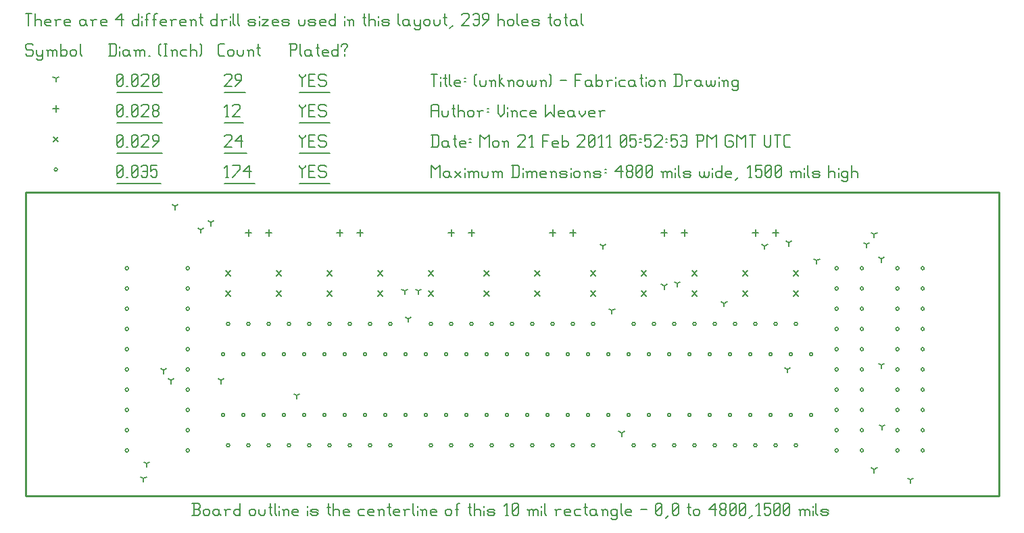
<source format=gbr>
G04 start of page 11 for group -3984 idx -3984 *
G04 Title: (unknown), fab *
G04 Creator: pcb 20100929 *
G04 CreationDate: Mon 21 Feb 2011 05:52:53 PM GMT UTC *
G04 For: vince *
G04 Format: Gerber/RS-274X *
G04 PCB-Dimensions: 480000 150000 *
G04 PCB-Coordinate-Origin: lower left *
%MOIN*%
%FSLAX25Y25*%
%LNFAB*%
%ADD22C,0.0100*%
%ADD23C,0.0080*%
%ADD24C,0.0060*%
G54D23*X299200Y25000D02*G75*G03X300800Y25000I800J0D01*G01*
G75*G03X299200Y25000I-800J0D01*G01*
X309200D02*G75*G03X310800Y25000I800J0D01*G01*
G75*G03X309200Y25000I-800J0D01*G01*
X319200D02*G75*G03X320800Y25000I800J0D01*G01*
G75*G03X319200Y25000I-800J0D01*G01*
X329200D02*G75*G03X330800Y25000I800J0D01*G01*
G75*G03X329200Y25000I-800J0D01*G01*
X339200D02*G75*G03X340800Y25000I800J0D01*G01*
G75*G03X339200Y25000I-800J0D01*G01*
X349200D02*G75*G03X350800Y25000I800J0D01*G01*
G75*G03X349200Y25000I-800J0D01*G01*
X359200D02*G75*G03X360800Y25000I800J0D01*G01*
G75*G03X359200Y25000I-800J0D01*G01*
X369200D02*G75*G03X370800Y25000I800J0D01*G01*
G75*G03X369200Y25000I-800J0D01*G01*
X379200D02*G75*G03X380800Y25000I800J0D01*G01*
G75*G03X379200Y25000I-800J0D01*G01*
Y85000D02*G75*G03X380800Y85000I800J0D01*G01*
G75*G03X379200Y85000I-800J0D01*G01*
X369200D02*G75*G03X370800Y85000I800J0D01*G01*
G75*G03X369200Y85000I-800J0D01*G01*
X359200D02*G75*G03X360800Y85000I800J0D01*G01*
G75*G03X359200Y85000I-800J0D01*G01*
X349200D02*G75*G03X350800Y85000I800J0D01*G01*
G75*G03X349200Y85000I-800J0D01*G01*
X339200D02*G75*G03X340800Y85000I800J0D01*G01*
G75*G03X339200Y85000I-800J0D01*G01*
X329200D02*G75*G03X330800Y85000I800J0D01*G01*
G75*G03X329200Y85000I-800J0D01*G01*
X319200D02*G75*G03X320800Y85000I800J0D01*G01*
G75*G03X319200Y85000I-800J0D01*G01*
X309200D02*G75*G03X310800Y85000I800J0D01*G01*
G75*G03X309200Y85000I-800J0D01*G01*
X299200D02*G75*G03X300800Y85000I800J0D01*G01*
G75*G03X299200Y85000I-800J0D01*G01*
X441700Y112500D02*G75*G03X443300Y112500I800J0D01*G01*
G75*G03X441700Y112500I-800J0D01*G01*
Y102500D02*G75*G03X443300Y102500I800J0D01*G01*
G75*G03X441700Y102500I-800J0D01*G01*
Y92500D02*G75*G03X443300Y92500I800J0D01*G01*
G75*G03X441700Y92500I-800J0D01*G01*
Y82500D02*G75*G03X443300Y82500I800J0D01*G01*
G75*G03X441700Y82500I-800J0D01*G01*
Y72500D02*G75*G03X443300Y72500I800J0D01*G01*
G75*G03X441700Y72500I-800J0D01*G01*
Y62500D02*G75*G03X443300Y62500I800J0D01*G01*
G75*G03X441700Y62500I-800J0D01*G01*
Y52500D02*G75*G03X443300Y52500I800J0D01*G01*
G75*G03X441700Y52500I-800J0D01*G01*
Y42500D02*G75*G03X443300Y42500I800J0D01*G01*
G75*G03X441700Y42500I-800J0D01*G01*
Y32500D02*G75*G03X443300Y32500I800J0D01*G01*
G75*G03X441700Y32500I-800J0D01*G01*
Y22500D02*G75*G03X443300Y22500I800J0D01*G01*
G75*G03X441700Y22500I-800J0D01*G01*
X411700D02*G75*G03X413300Y22500I800J0D01*G01*
G75*G03X411700Y22500I-800J0D01*G01*
Y32500D02*G75*G03X413300Y32500I800J0D01*G01*
G75*G03X411700Y32500I-800J0D01*G01*
Y42500D02*G75*G03X413300Y42500I800J0D01*G01*
G75*G03X411700Y42500I-800J0D01*G01*
Y52500D02*G75*G03X413300Y52500I800J0D01*G01*
G75*G03X411700Y52500I-800J0D01*G01*
Y62500D02*G75*G03X413300Y62500I800J0D01*G01*
G75*G03X411700Y62500I-800J0D01*G01*
Y72500D02*G75*G03X413300Y72500I800J0D01*G01*
G75*G03X411700Y72500I-800J0D01*G01*
Y82500D02*G75*G03X413300Y82500I800J0D01*G01*
G75*G03X411700Y82500I-800J0D01*G01*
Y92500D02*G75*G03X413300Y92500I800J0D01*G01*
G75*G03X411700Y92500I-800J0D01*G01*
Y102500D02*G75*G03X413300Y102500I800J0D01*G01*
G75*G03X411700Y102500I-800J0D01*G01*
Y112500D02*G75*G03X413300Y112500I800J0D01*G01*
G75*G03X411700Y112500I-800J0D01*G01*
X186700Y40000D02*G75*G03X188300Y40000I800J0D01*G01*
G75*G03X186700Y40000I-800J0D01*G01*
X176700D02*G75*G03X178300Y40000I800J0D01*G01*
G75*G03X176700Y40000I-800J0D01*G01*
X166700D02*G75*G03X168300Y40000I800J0D01*G01*
G75*G03X166700Y40000I-800J0D01*G01*
X156700D02*G75*G03X158300Y40000I800J0D01*G01*
G75*G03X156700Y40000I-800J0D01*G01*
X146700D02*G75*G03X148300Y40000I800J0D01*G01*
G75*G03X146700Y40000I-800J0D01*G01*
X136700D02*G75*G03X138300Y40000I800J0D01*G01*
G75*G03X136700Y40000I-800J0D01*G01*
X126700D02*G75*G03X128300Y40000I800J0D01*G01*
G75*G03X126700Y40000I-800J0D01*G01*
X116700D02*G75*G03X118300Y40000I800J0D01*G01*
G75*G03X116700Y40000I-800J0D01*G01*
X106700D02*G75*G03X108300Y40000I800J0D01*G01*
G75*G03X106700Y40000I-800J0D01*G01*
X96700D02*G75*G03X98300Y40000I800J0D01*G01*
G75*G03X96700Y40000I-800J0D01*G01*
Y70000D02*G75*G03X98300Y70000I800J0D01*G01*
G75*G03X96700Y70000I-800J0D01*G01*
X106700D02*G75*G03X108300Y70000I800J0D01*G01*
G75*G03X106700Y70000I-800J0D01*G01*
X116700D02*G75*G03X118300Y70000I800J0D01*G01*
G75*G03X116700Y70000I-800J0D01*G01*
X126700D02*G75*G03X128300Y70000I800J0D01*G01*
G75*G03X126700Y70000I-800J0D01*G01*
X136700D02*G75*G03X138300Y70000I800J0D01*G01*
G75*G03X136700Y70000I-800J0D01*G01*
X146700D02*G75*G03X148300Y70000I800J0D01*G01*
G75*G03X146700Y70000I-800J0D01*G01*
X156700D02*G75*G03X158300Y70000I800J0D01*G01*
G75*G03X156700Y70000I-800J0D01*G01*
X166700D02*G75*G03X168300Y70000I800J0D01*G01*
G75*G03X166700Y70000I-800J0D01*G01*
X176700D02*G75*G03X178300Y70000I800J0D01*G01*
G75*G03X176700Y70000I-800J0D01*G01*
X186700D02*G75*G03X188300Y70000I800J0D01*G01*
G75*G03X186700Y70000I-800J0D01*G01*
X199200Y25000D02*G75*G03X200800Y25000I800J0D01*G01*
G75*G03X199200Y25000I-800J0D01*G01*
X209200D02*G75*G03X210800Y25000I800J0D01*G01*
G75*G03X209200Y25000I-800J0D01*G01*
X219200D02*G75*G03X220800Y25000I800J0D01*G01*
G75*G03X219200Y25000I-800J0D01*G01*
X229200D02*G75*G03X230800Y25000I800J0D01*G01*
G75*G03X229200Y25000I-800J0D01*G01*
X239200D02*G75*G03X240800Y25000I800J0D01*G01*
G75*G03X239200Y25000I-800J0D01*G01*
X249200D02*G75*G03X250800Y25000I800J0D01*G01*
G75*G03X249200Y25000I-800J0D01*G01*
X259200D02*G75*G03X260800Y25000I800J0D01*G01*
G75*G03X259200Y25000I-800J0D01*G01*
X269200D02*G75*G03X270800Y25000I800J0D01*G01*
G75*G03X269200Y25000I-800J0D01*G01*
X279200D02*G75*G03X280800Y25000I800J0D01*G01*
G75*G03X279200Y25000I-800J0D01*G01*
Y85000D02*G75*G03X280800Y85000I800J0D01*G01*
G75*G03X279200Y85000I-800J0D01*G01*
X269200D02*G75*G03X270800Y85000I800J0D01*G01*
G75*G03X269200Y85000I-800J0D01*G01*
X259200D02*G75*G03X260800Y85000I800J0D01*G01*
G75*G03X259200Y85000I-800J0D01*G01*
X249200D02*G75*G03X250800Y85000I800J0D01*G01*
G75*G03X249200Y85000I-800J0D01*G01*
X239200D02*G75*G03X240800Y85000I800J0D01*G01*
G75*G03X239200Y85000I-800J0D01*G01*
X229200D02*G75*G03X230800Y85000I800J0D01*G01*
G75*G03X229200Y85000I-800J0D01*G01*
X219200D02*G75*G03X220800Y85000I800J0D01*G01*
G75*G03X219200Y85000I-800J0D01*G01*
X209200D02*G75*G03X210800Y85000I800J0D01*G01*
G75*G03X209200Y85000I-800J0D01*G01*
X199200D02*G75*G03X200800Y85000I800J0D01*G01*
G75*G03X199200Y85000I-800J0D01*G01*
X386700Y40000D02*G75*G03X388300Y40000I800J0D01*G01*
G75*G03X386700Y40000I-800J0D01*G01*
X376700D02*G75*G03X378300Y40000I800J0D01*G01*
G75*G03X376700Y40000I-800J0D01*G01*
X366700D02*G75*G03X368300Y40000I800J0D01*G01*
G75*G03X366700Y40000I-800J0D01*G01*
X356700D02*G75*G03X358300Y40000I800J0D01*G01*
G75*G03X356700Y40000I-800J0D01*G01*
X346700D02*G75*G03X348300Y40000I800J0D01*G01*
G75*G03X346700Y40000I-800J0D01*G01*
X336700D02*G75*G03X338300Y40000I800J0D01*G01*
G75*G03X336700Y40000I-800J0D01*G01*
X326700D02*G75*G03X328300Y40000I800J0D01*G01*
G75*G03X326700Y40000I-800J0D01*G01*
X316700D02*G75*G03X318300Y40000I800J0D01*G01*
G75*G03X316700Y40000I-800J0D01*G01*
X306700D02*G75*G03X308300Y40000I800J0D01*G01*
G75*G03X306700Y40000I-800J0D01*G01*
X296700D02*G75*G03X298300Y40000I800J0D01*G01*
G75*G03X296700Y40000I-800J0D01*G01*
Y70000D02*G75*G03X298300Y70000I800J0D01*G01*
G75*G03X296700Y70000I-800J0D01*G01*
X306700D02*G75*G03X308300Y70000I800J0D01*G01*
G75*G03X306700Y70000I-800J0D01*G01*
X316700D02*G75*G03X318300Y70000I800J0D01*G01*
G75*G03X316700Y70000I-800J0D01*G01*
X326700D02*G75*G03X328300Y70000I800J0D01*G01*
G75*G03X326700Y70000I-800J0D01*G01*
X336700D02*G75*G03X338300Y70000I800J0D01*G01*
G75*G03X336700Y70000I-800J0D01*G01*
X346700D02*G75*G03X348300Y70000I800J0D01*G01*
G75*G03X346700Y70000I-800J0D01*G01*
X356700D02*G75*G03X358300Y70000I800J0D01*G01*
G75*G03X356700Y70000I-800J0D01*G01*
X366700D02*G75*G03X368300Y70000I800J0D01*G01*
G75*G03X366700Y70000I-800J0D01*G01*
X376700D02*G75*G03X378300Y70000I800J0D01*G01*
G75*G03X376700Y70000I-800J0D01*G01*
X386700D02*G75*G03X388300Y70000I800J0D01*G01*
G75*G03X386700Y70000I-800J0D01*G01*
X99200Y25000D02*G75*G03X100800Y25000I800J0D01*G01*
G75*G03X99200Y25000I-800J0D01*G01*
X109200D02*G75*G03X110800Y25000I800J0D01*G01*
G75*G03X109200Y25000I-800J0D01*G01*
X119200D02*G75*G03X120800Y25000I800J0D01*G01*
G75*G03X119200Y25000I-800J0D01*G01*
X129200D02*G75*G03X130800Y25000I800J0D01*G01*
G75*G03X129200Y25000I-800J0D01*G01*
X139200D02*G75*G03X140800Y25000I800J0D01*G01*
G75*G03X139200Y25000I-800J0D01*G01*
X149200D02*G75*G03X150800Y25000I800J0D01*G01*
G75*G03X149200Y25000I-800J0D01*G01*
X159200D02*G75*G03X160800Y25000I800J0D01*G01*
G75*G03X159200Y25000I-800J0D01*G01*
X169200D02*G75*G03X170800Y25000I800J0D01*G01*
G75*G03X169200Y25000I-800J0D01*G01*
X179200D02*G75*G03X180800Y25000I800J0D01*G01*
G75*G03X179200Y25000I-800J0D01*G01*
Y85000D02*G75*G03X180800Y85000I800J0D01*G01*
G75*G03X179200Y85000I-800J0D01*G01*
X169200D02*G75*G03X170800Y85000I800J0D01*G01*
G75*G03X169200Y85000I-800J0D01*G01*
X159200D02*G75*G03X160800Y85000I800J0D01*G01*
G75*G03X159200Y85000I-800J0D01*G01*
X149200D02*G75*G03X150800Y85000I800J0D01*G01*
G75*G03X149200Y85000I-800J0D01*G01*
X139200D02*G75*G03X140800Y85000I800J0D01*G01*
G75*G03X139200Y85000I-800J0D01*G01*
X129200D02*G75*G03X130800Y85000I800J0D01*G01*
G75*G03X129200Y85000I-800J0D01*G01*
X119200D02*G75*G03X120800Y85000I800J0D01*G01*
G75*G03X119200Y85000I-800J0D01*G01*
X109200D02*G75*G03X110800Y85000I800J0D01*G01*
G75*G03X109200Y85000I-800J0D01*G01*
X99200D02*G75*G03X100800Y85000I800J0D01*G01*
G75*G03X99200Y85000I-800J0D01*G01*
X49200Y112500D02*G75*G03X50800Y112500I800J0D01*G01*
G75*G03X49200Y112500I-800J0D01*G01*
Y102500D02*G75*G03X50800Y102500I800J0D01*G01*
G75*G03X49200Y102500I-800J0D01*G01*
Y92500D02*G75*G03X50800Y92500I800J0D01*G01*
G75*G03X49200Y92500I-800J0D01*G01*
Y82500D02*G75*G03X50800Y82500I800J0D01*G01*
G75*G03X49200Y82500I-800J0D01*G01*
Y72500D02*G75*G03X50800Y72500I800J0D01*G01*
G75*G03X49200Y72500I-800J0D01*G01*
Y62500D02*G75*G03X50800Y62500I800J0D01*G01*
G75*G03X49200Y62500I-800J0D01*G01*
Y52500D02*G75*G03X50800Y52500I800J0D01*G01*
G75*G03X49200Y52500I-800J0D01*G01*
Y42500D02*G75*G03X50800Y42500I800J0D01*G01*
G75*G03X49200Y42500I-800J0D01*G01*
Y32500D02*G75*G03X50800Y32500I800J0D01*G01*
G75*G03X49200Y32500I-800J0D01*G01*
Y22500D02*G75*G03X50800Y22500I800J0D01*G01*
G75*G03X49200Y22500I-800J0D01*G01*
X79200D02*G75*G03X80800Y22500I800J0D01*G01*
G75*G03X79200Y22500I-800J0D01*G01*
Y32500D02*G75*G03X80800Y32500I800J0D01*G01*
G75*G03X79200Y32500I-800J0D01*G01*
Y42500D02*G75*G03X80800Y42500I800J0D01*G01*
G75*G03X79200Y42500I-800J0D01*G01*
Y52500D02*G75*G03X80800Y52500I800J0D01*G01*
G75*G03X79200Y52500I-800J0D01*G01*
Y62500D02*G75*G03X80800Y62500I800J0D01*G01*
G75*G03X79200Y62500I-800J0D01*G01*
Y72500D02*G75*G03X80800Y72500I800J0D01*G01*
G75*G03X79200Y72500I-800J0D01*G01*
Y82500D02*G75*G03X80800Y82500I800J0D01*G01*
G75*G03X79200Y82500I-800J0D01*G01*
Y92500D02*G75*G03X80800Y92500I800J0D01*G01*
G75*G03X79200Y92500I-800J0D01*G01*
Y102500D02*G75*G03X80800Y102500I800J0D01*G01*
G75*G03X79200Y102500I-800J0D01*G01*
Y112500D02*G75*G03X80800Y112500I800J0D01*G01*
G75*G03X79200Y112500I-800J0D01*G01*
X429200Y22500D02*G75*G03X430800Y22500I800J0D01*G01*
G75*G03X429200Y22500I-800J0D01*G01*
Y32500D02*G75*G03X430800Y32500I800J0D01*G01*
G75*G03X429200Y32500I-800J0D01*G01*
Y42500D02*G75*G03X430800Y42500I800J0D01*G01*
G75*G03X429200Y42500I-800J0D01*G01*
Y52500D02*G75*G03X430800Y52500I800J0D01*G01*
G75*G03X429200Y52500I-800J0D01*G01*
Y62500D02*G75*G03X430800Y62500I800J0D01*G01*
G75*G03X429200Y62500I-800J0D01*G01*
Y72500D02*G75*G03X430800Y72500I800J0D01*G01*
G75*G03X429200Y72500I-800J0D01*G01*
Y82500D02*G75*G03X430800Y82500I800J0D01*G01*
G75*G03X429200Y82500I-800J0D01*G01*
Y92500D02*G75*G03X430800Y92500I800J0D01*G01*
G75*G03X429200Y92500I-800J0D01*G01*
Y102500D02*G75*G03X430800Y102500I800J0D01*G01*
G75*G03X429200Y102500I-800J0D01*G01*
Y112500D02*G75*G03X430800Y112500I800J0D01*G01*
G75*G03X429200Y112500I-800J0D01*G01*
X399200D02*G75*G03X400800Y112500I800J0D01*G01*
G75*G03X399200Y112500I-800J0D01*G01*
Y102500D02*G75*G03X400800Y102500I800J0D01*G01*
G75*G03X399200Y102500I-800J0D01*G01*
Y92500D02*G75*G03X400800Y92500I800J0D01*G01*
G75*G03X399200Y92500I-800J0D01*G01*
Y82500D02*G75*G03X400800Y82500I800J0D01*G01*
G75*G03X399200Y82500I-800J0D01*G01*
Y72500D02*G75*G03X400800Y72500I800J0D01*G01*
G75*G03X399200Y72500I-800J0D01*G01*
Y62500D02*G75*G03X400800Y62500I800J0D01*G01*
G75*G03X399200Y62500I-800J0D01*G01*
Y52500D02*G75*G03X400800Y52500I800J0D01*G01*
G75*G03X399200Y52500I-800J0D01*G01*
Y42500D02*G75*G03X400800Y42500I800J0D01*G01*
G75*G03X399200Y42500I-800J0D01*G01*
Y32500D02*G75*G03X400800Y32500I800J0D01*G01*
G75*G03X399200Y32500I-800J0D01*G01*
Y22500D02*G75*G03X400800Y22500I800J0D01*G01*
G75*G03X399200Y22500I-800J0D01*G01*
X286700Y40000D02*G75*G03X288300Y40000I800J0D01*G01*
G75*G03X286700Y40000I-800J0D01*G01*
X276700D02*G75*G03X278300Y40000I800J0D01*G01*
G75*G03X276700Y40000I-800J0D01*G01*
X266700D02*G75*G03X268300Y40000I800J0D01*G01*
G75*G03X266700Y40000I-800J0D01*G01*
X256700D02*G75*G03X258300Y40000I800J0D01*G01*
G75*G03X256700Y40000I-800J0D01*G01*
X246700D02*G75*G03X248300Y40000I800J0D01*G01*
G75*G03X246700Y40000I-800J0D01*G01*
X236700D02*G75*G03X238300Y40000I800J0D01*G01*
G75*G03X236700Y40000I-800J0D01*G01*
X226700D02*G75*G03X228300Y40000I800J0D01*G01*
G75*G03X226700Y40000I-800J0D01*G01*
X216700D02*G75*G03X218300Y40000I800J0D01*G01*
G75*G03X216700Y40000I-800J0D01*G01*
X206700D02*G75*G03X208300Y40000I800J0D01*G01*
G75*G03X206700Y40000I-800J0D01*G01*
X196700D02*G75*G03X198300Y40000I800J0D01*G01*
G75*G03X196700Y40000I-800J0D01*G01*
Y70000D02*G75*G03X198300Y70000I800J0D01*G01*
G75*G03X196700Y70000I-800J0D01*G01*
X206700D02*G75*G03X208300Y70000I800J0D01*G01*
G75*G03X206700Y70000I-800J0D01*G01*
X216700D02*G75*G03X218300Y70000I800J0D01*G01*
G75*G03X216700Y70000I-800J0D01*G01*
X226700D02*G75*G03X228300Y70000I800J0D01*G01*
G75*G03X226700Y70000I-800J0D01*G01*
X236700D02*G75*G03X238300Y70000I800J0D01*G01*
G75*G03X236700Y70000I-800J0D01*G01*
X246700D02*G75*G03X248300Y70000I800J0D01*G01*
G75*G03X246700Y70000I-800J0D01*G01*
X256700D02*G75*G03X258300Y70000I800J0D01*G01*
G75*G03X256700Y70000I-800J0D01*G01*
X266700D02*G75*G03X268300Y70000I800J0D01*G01*
G75*G03X266700Y70000I-800J0D01*G01*
X276700D02*G75*G03X278300Y70000I800J0D01*G01*
G75*G03X276700Y70000I-800J0D01*G01*
X286700D02*G75*G03X288300Y70000I800J0D01*G01*
G75*G03X286700Y70000I-800J0D01*G01*
X14200Y161250D02*G75*G03X15800Y161250I800J0D01*G01*
G75*G03X14200Y161250I-800J0D01*G01*
G54D24*X135000Y163500D02*Y162750D01*
X136500Y161250D01*
X138000Y162750D01*
Y163500D02*Y162750D01*
X136500Y161250D02*Y157500D01*
X139801Y160500D02*X142051D01*
X139801Y157500D02*X142801D01*
X139801Y163500D02*Y157500D01*
Y163500D02*X142801D01*
X147603D02*X148353Y162750D01*
X145353Y163500D02*X147603D01*
X144603Y162750D02*X145353Y163500D01*
X144603Y162750D02*Y161250D01*
X145353Y160500D01*
X147603D01*
X148353Y159750D01*
Y158250D01*
X147603Y157500D02*X148353Y158250D01*
X145353Y157500D02*X147603D01*
X144603Y158250D02*X145353Y157500D01*
X135000Y154249D02*X150154D01*
X98750Y157500D02*X100250D01*
X99500Y163500D02*Y157500D01*
X98000Y162000D02*X99500Y163500D01*
X102051Y157500D02*X105801Y161250D01*
Y163500D02*Y161250D01*
X102051Y163500D02*X105801D01*
X107603Y160500D02*X110603Y163500D01*
X107603Y160500D02*X111353D01*
X110603Y163500D02*Y157500D01*
X98000Y154249D02*X113154D01*
X45000Y158250D02*X45750Y157500D01*
X45000Y162750D02*Y158250D01*
Y162750D02*X45750Y163500D01*
X47250D01*
X48000Y162750D01*
Y158250D01*
X47250Y157500D02*X48000Y158250D01*
X45750Y157500D02*X47250D01*
X45000Y159000D02*X48000Y162000D01*
X49801Y157500D02*X50551D01*
X52353Y158250D02*X53103Y157500D01*
X52353Y162750D02*Y158250D01*
Y162750D02*X53103Y163500D01*
X54603D01*
X55353Y162750D01*
Y158250D01*
X54603Y157500D02*X55353Y158250D01*
X53103Y157500D02*X54603D01*
X52353Y159000D02*X55353Y162000D01*
X57154Y162750D02*X57904Y163500D01*
X59404D01*
X60154Y162750D01*
Y158250D01*
X59404Y157500D02*X60154Y158250D01*
X57904Y157500D02*X59404D01*
X57154Y158250D02*X57904Y157500D01*
Y160500D02*X60154D01*
X61956Y163500D02*X64956D01*
X61956D02*Y160500D01*
X62706Y161250D01*
X64206D01*
X64956Y160500D01*
Y158250D01*
X64206Y157500D02*X64956Y158250D01*
X62706Y157500D02*X64206D01*
X61956Y158250D02*X62706Y157500D01*
X45000Y154249D02*X66757D01*
X378800Y111200D02*X381200Y108800D01*
X378800D02*X381200Y111200D01*
X378800Y101200D02*X381200Y98800D01*
X378800D02*X381200Y101200D01*
X353800Y111200D02*X356200Y108800D01*
X353800D02*X356200Y111200D01*
X353800Y101200D02*X356200Y98800D01*
X353800D02*X356200Y101200D01*
X328800Y111200D02*X331200Y108800D01*
X328800D02*X331200Y111200D01*
X328800Y101200D02*X331200Y98800D01*
X328800D02*X331200Y101200D01*
X303800Y111200D02*X306200Y108800D01*
X303800D02*X306200Y111200D01*
X303800Y101200D02*X306200Y98800D01*
X303800D02*X306200Y101200D01*
X278800Y111200D02*X281200Y108800D01*
X278800D02*X281200Y111200D01*
X278800Y101200D02*X281200Y98800D01*
X278800D02*X281200Y101200D01*
X251300Y111200D02*X253700Y108800D01*
X251300D02*X253700Y111200D01*
X251300Y101200D02*X253700Y98800D01*
X251300D02*X253700Y101200D01*
X226300Y111200D02*X228700Y108800D01*
X226300D02*X228700Y111200D01*
X226300Y101200D02*X228700Y98800D01*
X226300D02*X228700Y101200D01*
X198800Y111200D02*X201200Y108800D01*
X198800D02*X201200Y111200D01*
X198800Y101200D02*X201200Y98800D01*
X198800D02*X201200Y101200D01*
X173800Y111200D02*X176200Y108800D01*
X173800D02*X176200Y111200D01*
X173800Y101200D02*X176200Y98800D01*
X173800D02*X176200Y101200D01*
X148800Y111200D02*X151200Y108800D01*
X148800D02*X151200Y111200D01*
X148800Y101200D02*X151200Y98800D01*
X148800D02*X151200Y101200D01*
X123800Y111200D02*X126200Y108800D01*
X123800D02*X126200Y111200D01*
X123800Y101200D02*X126200Y98800D01*
X123800D02*X126200Y101200D01*
X98800Y111200D02*X101200Y108800D01*
X98800D02*X101200Y111200D01*
X98800Y101200D02*X101200Y98800D01*
X98800D02*X101200Y101200D01*
X13800Y177450D02*X16200Y175050D01*
X13800D02*X16200Y177450D01*
X135000Y178500D02*Y177750D01*
X136500Y176250D01*
X138000Y177750D01*
Y178500D02*Y177750D01*
X136500Y176250D02*Y172500D01*
X139801Y175500D02*X142051D01*
X139801Y172500D02*X142801D01*
X139801Y178500D02*Y172500D01*
Y178500D02*X142801D01*
X147603D02*X148353Y177750D01*
X145353Y178500D02*X147603D01*
X144603Y177750D02*X145353Y178500D01*
X144603Y177750D02*Y176250D01*
X145353Y175500D01*
X147603D01*
X148353Y174750D01*
Y173250D01*
X147603Y172500D02*X148353Y173250D01*
X145353Y172500D02*X147603D01*
X144603Y173250D02*X145353Y172500D01*
X135000Y169249D02*X150154D01*
X98000Y177750D02*X98750Y178500D01*
X101000D01*
X101750Y177750D01*
Y176250D01*
X98000Y172500D02*X101750Y176250D01*
X98000Y172500D02*X101750D01*
X103551Y175500D02*X106551Y178500D01*
X103551Y175500D02*X107301D01*
X106551Y178500D02*Y172500D01*
X98000Y169249D02*X109103D01*
X45000Y173250D02*X45750Y172500D01*
X45000Y177750D02*Y173250D01*
Y177750D02*X45750Y178500D01*
X47250D01*
X48000Y177750D01*
Y173250D01*
X47250Y172500D02*X48000Y173250D01*
X45750Y172500D02*X47250D01*
X45000Y174000D02*X48000Y177000D01*
X49801Y172500D02*X50551D01*
X52353Y173250D02*X53103Y172500D01*
X52353Y177750D02*Y173250D01*
Y177750D02*X53103Y178500D01*
X54603D01*
X55353Y177750D01*
Y173250D01*
X54603Y172500D02*X55353Y173250D01*
X53103Y172500D02*X54603D01*
X52353Y174000D02*X55353Y177000D01*
X57154Y177750D02*X57904Y178500D01*
X60154D01*
X60904Y177750D01*
Y176250D01*
X57154Y172500D02*X60904Y176250D01*
X57154Y172500D02*X60904D01*
X62706D02*X65706Y175500D01*
Y177750D02*Y175500D01*
X64956Y178500D02*X65706Y177750D01*
X63456Y178500D02*X64956D01*
X62706Y177750D02*X63456Y178500D01*
X62706Y177750D02*Y176250D01*
X63456Y175500D01*
X65706D01*
X45000Y169249D02*X67507D01*
X110000Y131600D02*Y128400D01*
X108400Y130000D02*X111600D01*
X120000Y131600D02*Y128400D01*
X118400Y130000D02*X121600D01*
X165000Y131600D02*Y128400D01*
X163400Y130000D02*X166600D01*
X155000Y131600D02*Y128400D01*
X153400Y130000D02*X156600D01*
X210000Y131600D02*Y128400D01*
X208400Y130000D02*X211600D01*
X220000Y131600D02*Y128400D01*
X218400Y130000D02*X221600D01*
X270000Y131600D02*Y128400D01*
X268400Y130000D02*X271600D01*
X260000Y131600D02*Y128400D01*
X258400Y130000D02*X261600D01*
X315000Y131600D02*Y128400D01*
X313400Y130000D02*X316600D01*
X325000Y131600D02*Y128400D01*
X323400Y130000D02*X326600D01*
X370000Y131600D02*Y128400D01*
X368400Y130000D02*X371600D01*
X360000Y131600D02*Y128400D01*
X358400Y130000D02*X361600D01*
X15000Y192850D02*Y189650D01*
X13400Y191250D02*X16600D01*
X135000Y193500D02*Y192750D01*
X136500Y191250D01*
X138000Y192750D01*
Y193500D02*Y192750D01*
X136500Y191250D02*Y187500D01*
X139801Y190500D02*X142051D01*
X139801Y187500D02*X142801D01*
X139801Y193500D02*Y187500D01*
Y193500D02*X142801D01*
X147603D02*X148353Y192750D01*
X145353Y193500D02*X147603D01*
X144603Y192750D02*X145353Y193500D01*
X144603Y192750D02*Y191250D01*
X145353Y190500D01*
X147603D01*
X148353Y189750D01*
Y188250D01*
X147603Y187500D02*X148353Y188250D01*
X145353Y187500D02*X147603D01*
X144603Y188250D02*X145353Y187500D01*
X135000Y184249D02*X150154D01*
X98750Y187500D02*X100250D01*
X99500Y193500D02*Y187500D01*
X98000Y192000D02*X99500Y193500D01*
X102051Y192750D02*X102801Y193500D01*
X105051D01*
X105801Y192750D01*
Y191250D01*
X102051Y187500D02*X105801Y191250D01*
X102051Y187500D02*X105801D01*
X98000Y184249D02*X107603D01*
X45000Y188250D02*X45750Y187500D01*
X45000Y192750D02*Y188250D01*
Y192750D02*X45750Y193500D01*
X47250D01*
X48000Y192750D01*
Y188250D01*
X47250Y187500D02*X48000Y188250D01*
X45750Y187500D02*X47250D01*
X45000Y189000D02*X48000Y192000D01*
X49801Y187500D02*X50551D01*
X52353Y188250D02*X53103Y187500D01*
X52353Y192750D02*Y188250D01*
Y192750D02*X53103Y193500D01*
X54603D01*
X55353Y192750D01*
Y188250D01*
X54603Y187500D02*X55353Y188250D01*
X53103Y187500D02*X54603D01*
X52353Y189000D02*X55353Y192000D01*
X57154Y192750D02*X57904Y193500D01*
X60154D01*
X60904Y192750D01*
Y191250D01*
X57154Y187500D02*X60904Y191250D01*
X57154Y187500D02*X60904D01*
X62706Y188250D02*X63456Y187500D01*
X62706Y189750D02*Y188250D01*
Y189750D02*X63456Y190500D01*
X64956D01*
X65706Y189750D01*
Y188250D01*
X64956Y187500D02*X65706Y188250D01*
X63456Y187500D02*X64956D01*
X62706Y191250D02*X63456Y190500D01*
X62706Y192750D02*Y191250D01*
Y192750D02*X63456Y193500D01*
X64956D01*
X65706Y192750D01*
Y191250D01*
X64956Y190500D02*X65706Y191250D01*
X45000Y184249D02*X67507D01*
X375700Y62500D02*Y60900D01*
Y62500D02*X377086Y63300D01*
X375700Y62500D02*X374314Y63300D01*
X364600Y123500D02*Y121900D01*
Y123500D02*X365986Y124300D01*
X364600Y123500D02*X363214Y124300D01*
X284850Y123500D02*Y121900D01*
Y123500D02*X286236Y124300D01*
X284850Y123500D02*X283464Y124300D01*
X86549Y131499D02*Y129899D01*
Y131499D02*X87935Y132299D01*
X86549Y131499D02*X85163Y132299D01*
X91549Y135101D02*Y133501D01*
Y135101D02*X92935Y135901D01*
X91549Y135101D02*X90163Y135901D01*
X376500Y125054D02*Y123454D01*
Y125054D02*X377886Y125854D01*
X376500Y125054D02*X375114Y125854D01*
X73900Y143104D02*Y141504D01*
Y143104D02*X75286Y143904D01*
X73900Y143104D02*X72514Y143904D01*
X414702Y124300D02*Y122700D01*
Y124300D02*X416088Y125100D01*
X414702Y124300D02*X413316Y125100D01*
X390299Y116250D02*Y114650D01*
Y116250D02*X391685Y117050D01*
X390299Y116250D02*X388913Y117050D01*
X418600Y129300D02*Y127700D01*
Y129300D02*X419986Y130100D01*
X418600Y129300D02*X417214Y130100D01*
X418600Y13098D02*Y11498D01*
Y13098D02*X419986Y13898D01*
X418600Y13098D02*X417214Y13898D01*
X59701Y15897D02*Y14297D01*
Y15897D02*X61087Y16697D01*
X59701Y15897D02*X58315Y16697D01*
X58301Y8696D02*Y7096D01*
Y8696D02*X59687Y9496D01*
X58301Y8696D02*X56915Y9496D01*
X422500Y34300D02*Y32700D01*
Y34300D02*X423886Y35100D01*
X422500Y34300D02*X421114Y35100D01*
X289299Y91550D02*Y89950D01*
Y91550D02*X290685Y92350D01*
X289299Y91550D02*X287913Y92350D01*
X315000Y103749D02*Y102149D01*
Y103749D02*X316386Y104549D01*
X315000Y103749D02*X313614Y104549D01*
X344600Y95150D02*Y93550D01*
Y95150D02*X345986Y95950D01*
X344600Y95150D02*X343214Y95950D01*
X321549Y104850D02*Y103250D01*
Y104850D02*X322935Y105650D01*
X321549Y104850D02*X320163Y105650D01*
X188750Y87500D02*Y85900D01*
Y87500D02*X190136Y88300D01*
X188750Y87500D02*X187364Y88300D01*
X422201Y64700D02*Y63100D01*
Y64700D02*X423587Y65500D01*
X422201Y64700D02*X420815Y65500D01*
X193750Y101251D02*Y99651D01*
Y101251D02*X195136Y102051D01*
X193750Y101251D02*X192364Y102051D01*
X96500Y57101D02*Y55501D01*
Y57101D02*X97886Y57901D01*
X96500Y57101D02*X95114Y57901D01*
X71698Y57100D02*Y55500D01*
Y57100D02*X73084Y57900D01*
X71698Y57100D02*X70312Y57900D01*
X436399Y7899D02*Y6299D01*
Y7899D02*X437785Y8699D01*
X436399Y7899D02*X435013Y8699D01*
X294000Y31099D02*Y29499D01*
Y31099D02*X295386Y31899D01*
X294000Y31099D02*X292614Y31899D01*
X133900Y49701D02*Y48101D01*
Y49701D02*X135286Y50501D01*
X133900Y49701D02*X132514Y50501D01*
X68097Y62099D02*Y60499D01*
Y62099D02*X69483Y62899D01*
X68097Y62099D02*X66711Y62899D01*
X422201Y117100D02*Y115500D01*
Y117100D02*X423587Y117900D01*
X422201Y117100D02*X420815Y117900D01*
X186988Y101251D02*Y99651D01*
Y101251D02*X188374Y102051D01*
X186988Y101251D02*X185602Y102051D01*
X15000Y206250D02*Y204650D01*
Y206250D02*X16386Y207050D01*
X15000Y206250D02*X13614Y207050D01*
X135000Y208500D02*Y207750D01*
X136500Y206250D01*
X138000Y207750D01*
Y208500D02*Y207750D01*
X136500Y206250D02*Y202500D01*
X139801Y205500D02*X142051D01*
X139801Y202500D02*X142801D01*
X139801Y208500D02*Y202500D01*
Y208500D02*X142801D01*
X147603D02*X148353Y207750D01*
X145353Y208500D02*X147603D01*
X144603Y207750D02*X145353Y208500D01*
X144603Y207750D02*Y206250D01*
X145353Y205500D01*
X147603D01*
X148353Y204750D01*
Y203250D01*
X147603Y202500D02*X148353Y203250D01*
X145353Y202500D02*X147603D01*
X144603Y203250D02*X145353Y202500D01*
X135000Y199249D02*X150154D01*
X98000Y207750D02*X98750Y208500D01*
X101000D01*
X101750Y207750D01*
Y206250D01*
X98000Y202500D02*X101750Y206250D01*
X98000Y202500D02*X101750D01*
X103551D02*X106551Y205500D01*
Y207750D02*Y205500D01*
X105801Y208500D02*X106551Y207750D01*
X104301Y208500D02*X105801D01*
X103551Y207750D02*X104301Y208500D01*
X103551Y207750D02*Y206250D01*
X104301Y205500D01*
X106551D01*
X98000Y199249D02*X108353D01*
X45000Y203250D02*X45750Y202500D01*
X45000Y207750D02*Y203250D01*
Y207750D02*X45750Y208500D01*
X47250D01*
X48000Y207750D01*
Y203250D01*
X47250Y202500D02*X48000Y203250D01*
X45750Y202500D02*X47250D01*
X45000Y204000D02*X48000Y207000D01*
X49801Y202500D02*X50551D01*
X52353Y203250D02*X53103Y202500D01*
X52353Y207750D02*Y203250D01*
Y207750D02*X53103Y208500D01*
X54603D01*
X55353Y207750D01*
Y203250D01*
X54603Y202500D02*X55353Y203250D01*
X53103Y202500D02*X54603D01*
X52353Y204000D02*X55353Y207000D01*
X57154Y207750D02*X57904Y208500D01*
X60154D01*
X60904Y207750D01*
Y206250D01*
X57154Y202500D02*X60904Y206250D01*
X57154Y202500D02*X60904D01*
X62706Y203250D02*X63456Y202500D01*
X62706Y207750D02*Y203250D01*
Y207750D02*X63456Y208500D01*
X64956D01*
X65706Y207750D01*
Y203250D01*
X64956Y202500D02*X65706Y203250D01*
X63456Y202500D02*X64956D01*
X62706Y204000D02*X65706Y207000D01*
X45000Y199249D02*X67507D01*
X3000Y223500D02*X3750Y222750D01*
X750Y223500D02*X3000D01*
X0Y222750D02*X750Y223500D01*
X0Y222750D02*Y221250D01*
X750Y220500D01*
X3000D01*
X3750Y219750D01*
Y218250D01*
X3000Y217500D02*X3750Y218250D01*
X750Y217500D02*X3000D01*
X0Y218250D02*X750Y217500D01*
X5551Y220500D02*Y218250D01*
X6301Y217500D01*
X8551Y220500D02*Y216000D01*
X7801Y215250D02*X8551Y216000D01*
X6301Y215250D02*X7801D01*
X5551Y216000D02*X6301Y215250D01*
Y217500D02*X7801D01*
X8551Y218250D01*
X11103Y219750D02*Y217500D01*
Y219750D02*X11853Y220500D01*
X12603D01*
X13353Y219750D01*
Y217500D01*
Y219750D02*X14103Y220500D01*
X14853D01*
X15603Y219750D01*
Y217500D01*
X10353Y220500D02*X11103Y219750D01*
X17404Y223500D02*Y217500D01*
Y218250D02*X18154Y217500D01*
X19654D01*
X20404Y218250D01*
Y219750D02*Y218250D01*
X19654Y220500D02*X20404Y219750D01*
X18154Y220500D02*X19654D01*
X17404Y219750D02*X18154Y220500D01*
X22206Y219750D02*Y218250D01*
Y219750D02*X22956Y220500D01*
X24456D01*
X25206Y219750D01*
Y218250D01*
X24456Y217500D02*X25206Y218250D01*
X22956Y217500D02*X24456D01*
X22206Y218250D02*X22956Y217500D01*
X27007Y223500D02*Y218250D01*
X27757Y217500D01*
X41750Y223500D02*Y217500D01*
X44000Y223500D02*X44750Y222750D01*
Y218250D01*
X44000Y217500D02*X44750Y218250D01*
X41000Y217500D02*X44000D01*
X41000Y223500D02*X44000D01*
X46551Y222000D02*Y221250D01*
Y219750D02*Y217500D01*
X50303Y220500D02*X51053Y219750D01*
X48803Y220500D02*X50303D01*
X48053Y219750D02*X48803Y220500D01*
X48053Y219750D02*Y218250D01*
X48803Y217500D01*
X51053Y220500D02*Y218250D01*
X51803Y217500D01*
X48803D02*X50303D01*
X51053Y218250D01*
X54354Y219750D02*Y217500D01*
Y219750D02*X55104Y220500D01*
X55854D01*
X56604Y219750D01*
Y217500D01*
Y219750D02*X57354Y220500D01*
X58104D01*
X58854Y219750D01*
Y217500D01*
X53604Y220500D02*X54354Y219750D01*
X60656Y217500D02*X61406D01*
X65907Y218250D02*X66657Y217500D01*
X65907Y222750D02*X66657Y223500D01*
X65907Y222750D02*Y218250D01*
X68459Y223500D02*X69959D01*
X69209D02*Y217500D01*
X68459D02*X69959D01*
X72510Y219750D02*Y217500D01*
Y219750D02*X73260Y220500D01*
X74010D01*
X74760Y219750D01*
Y217500D01*
X71760Y220500D02*X72510Y219750D01*
X77312Y220500D02*X79562D01*
X76562Y219750D02*X77312Y220500D01*
X76562Y219750D02*Y218250D01*
X77312Y217500D01*
X79562D01*
X81363Y223500D02*Y217500D01*
Y219750D02*X82113Y220500D01*
X83613D01*
X84363Y219750D01*
Y217500D01*
X86165Y223500D02*X86915Y222750D01*
Y218250D01*
X86165Y217500D02*X86915Y218250D01*
X95750Y217500D02*X98000D01*
X95000Y218250D02*X95750Y217500D01*
X95000Y222750D02*Y218250D01*
Y222750D02*X95750Y223500D01*
X98000D01*
X99801Y219750D02*Y218250D01*
Y219750D02*X100551Y220500D01*
X102051D01*
X102801Y219750D01*
Y218250D01*
X102051Y217500D02*X102801Y218250D01*
X100551Y217500D02*X102051D01*
X99801Y218250D02*X100551Y217500D01*
X104603Y220500D02*Y218250D01*
X105353Y217500D01*
X106853D01*
X107603Y218250D01*
Y220500D02*Y218250D01*
X110154Y219750D02*Y217500D01*
Y219750D02*X110904Y220500D01*
X111654D01*
X112404Y219750D01*
Y217500D01*
X109404Y220500D02*X110154Y219750D01*
X114956Y223500D02*Y218250D01*
X115706Y217500D01*
X114206Y221250D02*X115706D01*
X130750Y223500D02*Y217500D01*
X130000Y223500D02*X133000D01*
X133750Y222750D01*
Y221250D01*
X133000Y220500D02*X133750Y221250D01*
X130750Y220500D02*X133000D01*
X135551Y223500D02*Y218250D01*
X136301Y217500D01*
X140053Y220500D02*X140803Y219750D01*
X138553Y220500D02*X140053D01*
X137803Y219750D02*X138553Y220500D01*
X137803Y219750D02*Y218250D01*
X138553Y217500D01*
X140803Y220500D02*Y218250D01*
X141553Y217500D01*
X138553D02*X140053D01*
X140803Y218250D01*
X144104Y223500D02*Y218250D01*
X144854Y217500D01*
X143354Y221250D02*X144854D01*
X147106Y217500D02*X149356D01*
X146356Y218250D02*X147106Y217500D01*
X146356Y219750D02*Y218250D01*
Y219750D02*X147106Y220500D01*
X148606D01*
X149356Y219750D01*
X146356Y219000D02*X149356D01*
Y219750D02*Y219000D01*
X154157Y223500D02*Y217500D01*
X153407D02*X154157Y218250D01*
X151907Y217500D02*X153407D01*
X151157Y218250D02*X151907Y217500D01*
X151157Y219750D02*Y218250D01*
Y219750D02*X151907Y220500D01*
X153407D01*
X154157Y219750D01*
X157459Y220500D02*Y219750D01*
Y218250D02*Y217500D01*
X155959Y222750D02*Y222000D01*
Y222750D02*X156709Y223500D01*
X158209D01*
X158959Y222750D01*
Y222000D01*
X157459Y220500D02*X158959Y222000D01*
X0Y238500D02*X3000D01*
X1500D02*Y232500D01*
X4801Y238500D02*Y232500D01*
Y234750D02*X5551Y235500D01*
X7051D01*
X7801Y234750D01*
Y232500D01*
X10353D02*X12603D01*
X9603Y233250D02*X10353Y232500D01*
X9603Y234750D02*Y233250D01*
Y234750D02*X10353Y235500D01*
X11853D01*
X12603Y234750D01*
X9603Y234000D02*X12603D01*
Y234750D02*Y234000D01*
X15154Y234750D02*Y232500D01*
Y234750D02*X15904Y235500D01*
X17404D01*
X14404D02*X15154Y234750D01*
X19956Y232500D02*X22206D01*
X19206Y233250D02*X19956Y232500D01*
X19206Y234750D02*Y233250D01*
Y234750D02*X19956Y235500D01*
X21456D01*
X22206Y234750D01*
X19206Y234000D02*X22206D01*
Y234750D02*Y234000D01*
X28957Y235500D02*X29707Y234750D01*
X27457Y235500D02*X28957D01*
X26707Y234750D02*X27457Y235500D01*
X26707Y234750D02*Y233250D01*
X27457Y232500D01*
X29707Y235500D02*Y233250D01*
X30457Y232500D01*
X27457D02*X28957D01*
X29707Y233250D01*
X33009Y234750D02*Y232500D01*
Y234750D02*X33759Y235500D01*
X35259D01*
X32259D02*X33009Y234750D01*
X37810Y232500D02*X40060D01*
X37060Y233250D02*X37810Y232500D01*
X37060Y234750D02*Y233250D01*
Y234750D02*X37810Y235500D01*
X39310D01*
X40060Y234750D01*
X37060Y234000D02*X40060D01*
Y234750D02*Y234000D01*
X44562Y235500D02*X47562Y238500D01*
X44562Y235500D02*X48312D01*
X47562Y238500D02*Y232500D01*
X55813Y238500D02*Y232500D01*
X55063D02*X55813Y233250D01*
X53563Y232500D02*X55063D01*
X52813Y233250D02*X53563Y232500D01*
X52813Y234750D02*Y233250D01*
Y234750D02*X53563Y235500D01*
X55063D01*
X55813Y234750D01*
X57615Y237000D02*Y236250D01*
Y234750D02*Y232500D01*
X59866Y237750D02*Y232500D01*
Y237750D02*X60616Y238500D01*
X61366D01*
X59116Y235500D02*X60616D01*
X63618Y237750D02*Y232500D01*
Y237750D02*X64368Y238500D01*
X65118D01*
X62868Y235500D02*X64368D01*
X67369Y232500D02*X69619D01*
X66619Y233250D02*X67369Y232500D01*
X66619Y234750D02*Y233250D01*
Y234750D02*X67369Y235500D01*
X68869D01*
X69619Y234750D01*
X66619Y234000D02*X69619D01*
Y234750D02*Y234000D01*
X72171Y234750D02*Y232500D01*
Y234750D02*X72921Y235500D01*
X74421D01*
X71421D02*X72171Y234750D01*
X76972Y232500D02*X79222D01*
X76222Y233250D02*X76972Y232500D01*
X76222Y234750D02*Y233250D01*
Y234750D02*X76972Y235500D01*
X78472D01*
X79222Y234750D01*
X76222Y234000D02*X79222D01*
Y234750D02*Y234000D01*
X81774Y234750D02*Y232500D01*
Y234750D02*X82524Y235500D01*
X83274D01*
X84024Y234750D01*
Y232500D01*
X81024Y235500D02*X81774Y234750D01*
X86575Y238500D02*Y233250D01*
X87325Y232500D01*
X85825Y236250D02*X87325D01*
X94527Y238500D02*Y232500D01*
X93777D02*X94527Y233250D01*
X92277Y232500D02*X93777D01*
X91527Y233250D02*X92277Y232500D01*
X91527Y234750D02*Y233250D01*
Y234750D02*X92277Y235500D01*
X93777D01*
X94527Y234750D01*
X97078D02*Y232500D01*
Y234750D02*X97828Y235500D01*
X99328D01*
X96328D02*X97078Y234750D01*
X101130Y237000D02*Y236250D01*
Y234750D02*Y232500D01*
X102631Y238500D02*Y233250D01*
X103381Y232500D01*
X104883Y238500D02*Y233250D01*
X105633Y232500D01*
X110584D02*X112834D01*
X113584Y233250D01*
X112834Y234000D02*X113584Y233250D01*
X110584Y234000D02*X112834D01*
X109834Y234750D02*X110584Y234000D01*
X109834Y234750D02*X110584Y235500D01*
X112834D01*
X113584Y234750D01*
X109834Y233250D02*X110584Y232500D01*
X115386Y237000D02*Y236250D01*
Y234750D02*Y232500D01*
X116887Y235500D02*X119887D01*
X116887Y232500D02*X119887Y235500D01*
X116887Y232500D02*X119887D01*
X122439D02*X124689D01*
X121689Y233250D02*X122439Y232500D01*
X121689Y234750D02*Y233250D01*
Y234750D02*X122439Y235500D01*
X123939D01*
X124689Y234750D01*
X121689Y234000D02*X124689D01*
Y234750D02*Y234000D01*
X127240Y232500D02*X129490D01*
X130240Y233250D01*
X129490Y234000D02*X130240Y233250D01*
X127240Y234000D02*X129490D01*
X126490Y234750D02*X127240Y234000D01*
X126490Y234750D02*X127240Y235500D01*
X129490D01*
X130240Y234750D01*
X126490Y233250D02*X127240Y232500D01*
X134742Y235500D02*Y233250D01*
X135492Y232500D01*
X136992D01*
X137742Y233250D01*
Y235500D02*Y233250D01*
X140293Y232500D02*X142543D01*
X143293Y233250D01*
X142543Y234000D02*X143293Y233250D01*
X140293Y234000D02*X142543D01*
X139543Y234750D02*X140293Y234000D01*
X139543Y234750D02*X140293Y235500D01*
X142543D01*
X143293Y234750D01*
X139543Y233250D02*X140293Y232500D01*
X145845D02*X148095D01*
X145095Y233250D02*X145845Y232500D01*
X145095Y234750D02*Y233250D01*
Y234750D02*X145845Y235500D01*
X147345D01*
X148095Y234750D01*
X145095Y234000D02*X148095D01*
Y234750D02*Y234000D01*
X152896Y238500D02*Y232500D01*
X152146D02*X152896Y233250D01*
X150646Y232500D02*X152146D01*
X149896Y233250D02*X150646Y232500D01*
X149896Y234750D02*Y233250D01*
Y234750D02*X150646Y235500D01*
X152146D01*
X152896Y234750D01*
X157398Y237000D02*Y236250D01*
Y234750D02*Y232500D01*
X159649Y234750D02*Y232500D01*
Y234750D02*X160399Y235500D01*
X161149D01*
X161899Y234750D01*
Y232500D01*
X158899Y235500D02*X159649Y234750D01*
X167151Y238500D02*Y233250D01*
X167901Y232500D01*
X166401Y236250D02*X167901D01*
X169402Y238500D02*Y232500D01*
Y234750D02*X170152Y235500D01*
X171652D01*
X172402Y234750D01*
Y232500D01*
X174204Y237000D02*Y236250D01*
Y234750D02*Y232500D01*
X176455D02*X178705D01*
X179455Y233250D01*
X178705Y234000D02*X179455Y233250D01*
X176455Y234000D02*X178705D01*
X175705Y234750D02*X176455Y234000D01*
X175705Y234750D02*X176455Y235500D01*
X178705D01*
X179455Y234750D01*
X175705Y233250D02*X176455Y232500D01*
X183957Y238500D02*Y233250D01*
X184707Y232500D01*
X188458Y235500D02*X189208Y234750D01*
X186958Y235500D02*X188458D01*
X186208Y234750D02*X186958Y235500D01*
X186208Y234750D02*Y233250D01*
X186958Y232500D01*
X189208Y235500D02*Y233250D01*
X189958Y232500D01*
X186958D02*X188458D01*
X189208Y233250D01*
X191760Y235500D02*Y233250D01*
X192510Y232500D01*
X194760Y235500D02*Y231000D01*
X194010Y230250D02*X194760Y231000D01*
X192510Y230250D02*X194010D01*
X191760Y231000D02*X192510Y230250D01*
Y232500D02*X194010D01*
X194760Y233250D01*
X196561Y234750D02*Y233250D01*
Y234750D02*X197311Y235500D01*
X198811D01*
X199561Y234750D01*
Y233250D01*
X198811Y232500D02*X199561Y233250D01*
X197311Y232500D02*X198811D01*
X196561Y233250D02*X197311Y232500D01*
X201363Y235500D02*Y233250D01*
X202113Y232500D01*
X203613D01*
X204363Y233250D01*
Y235500D02*Y233250D01*
X206914Y238500D02*Y233250D01*
X207664Y232500D01*
X206164Y236250D02*X207664D01*
X209166Y231000D02*X210666Y232500D01*
X215167Y237750D02*X215917Y238500D01*
X218167D01*
X218917Y237750D01*
Y236250D01*
X215167Y232500D02*X218917Y236250D01*
X215167Y232500D02*X218917D01*
X220719Y237750D02*X221469Y238500D01*
X222969D01*
X223719Y237750D01*
Y233250D01*
X222969Y232500D02*X223719Y233250D01*
X221469Y232500D02*X222969D01*
X220719Y233250D02*X221469Y232500D01*
Y235500D02*X223719D01*
X225520Y232500D02*X228520Y235500D01*
Y237750D02*Y235500D01*
X227770Y238500D02*X228520Y237750D01*
X226270Y238500D02*X227770D01*
X225520Y237750D02*X226270Y238500D01*
X225520Y237750D02*Y236250D01*
X226270Y235500D01*
X228520D01*
X233022Y238500D02*Y232500D01*
Y234750D02*X233772Y235500D01*
X235272D01*
X236022Y234750D01*
Y232500D01*
X237823Y234750D02*Y233250D01*
Y234750D02*X238573Y235500D01*
X240073D01*
X240823Y234750D01*
Y233250D01*
X240073Y232500D02*X240823Y233250D01*
X238573Y232500D02*X240073D01*
X237823Y233250D02*X238573Y232500D01*
X242625Y238500D02*Y233250D01*
X243375Y232500D01*
X245626D02*X247876D01*
X244876Y233250D02*X245626Y232500D01*
X244876Y234750D02*Y233250D01*
Y234750D02*X245626Y235500D01*
X247126D01*
X247876Y234750D01*
X244876Y234000D02*X247876D01*
Y234750D02*Y234000D01*
X250428Y232500D02*X252678D01*
X253428Y233250D01*
X252678Y234000D02*X253428Y233250D01*
X250428Y234000D02*X252678D01*
X249678Y234750D02*X250428Y234000D01*
X249678Y234750D02*X250428Y235500D01*
X252678D01*
X253428Y234750D01*
X249678Y233250D02*X250428Y232500D01*
X258679Y238500D02*Y233250D01*
X259429Y232500D01*
X257929Y236250D02*X259429D01*
X260931Y234750D02*Y233250D01*
Y234750D02*X261681Y235500D01*
X263181D01*
X263931Y234750D01*
Y233250D01*
X263181Y232500D02*X263931Y233250D01*
X261681Y232500D02*X263181D01*
X260931Y233250D02*X261681Y232500D01*
X266482Y238500D02*Y233250D01*
X267232Y232500D01*
X265732Y236250D02*X267232D01*
X270984Y235500D02*X271734Y234750D01*
X269484Y235500D02*X270984D01*
X268734Y234750D02*X269484Y235500D01*
X268734Y234750D02*Y233250D01*
X269484Y232500D01*
X271734Y235500D02*Y233250D01*
X272484Y232500D01*
X269484D02*X270984D01*
X271734Y233250D01*
X274285Y238500D02*Y233250D01*
X275035Y232500D01*
G54D22*X0Y150000D02*X480000D01*
X0D02*Y0D01*
X480000Y150000D02*Y0D01*
X0D02*X480000D01*
G54D24*X200000Y163500D02*Y157500D01*
Y163500D02*X202250Y161250D01*
X204500Y163500D01*
Y157500D01*
X208551Y160500D02*X209301Y159750D01*
X207051Y160500D02*X208551D01*
X206301Y159750D02*X207051Y160500D01*
X206301Y159750D02*Y158250D01*
X207051Y157500D01*
X209301Y160500D02*Y158250D01*
X210051Y157500D01*
X207051D02*X208551D01*
X209301Y158250D01*
X211853Y160500D02*X214853Y157500D01*
X211853D02*X214853Y160500D01*
X216654Y162000D02*Y161250D01*
Y159750D02*Y157500D01*
X218906Y159750D02*Y157500D01*
Y159750D02*X219656Y160500D01*
X220406D01*
X221156Y159750D01*
Y157500D01*
Y159750D02*X221906Y160500D01*
X222656D01*
X223406Y159750D01*
Y157500D01*
X218156Y160500D02*X218906Y159750D01*
X225207Y160500D02*Y158250D01*
X225957Y157500D01*
X227457D01*
X228207Y158250D01*
Y160500D02*Y158250D01*
X230759Y159750D02*Y157500D01*
Y159750D02*X231509Y160500D01*
X232259D01*
X233009Y159750D01*
Y157500D01*
Y159750D02*X233759Y160500D01*
X234509D01*
X235259Y159750D01*
Y157500D01*
X230009Y160500D02*X230759Y159750D01*
X240510Y163500D02*Y157500D01*
X242760Y163500D02*X243510Y162750D01*
Y158250D01*
X242760Y157500D02*X243510Y158250D01*
X239760Y157500D02*X242760D01*
X239760Y163500D02*X242760D01*
X245312Y162000D02*Y161250D01*
Y159750D02*Y157500D01*
X247563Y159750D02*Y157500D01*
Y159750D02*X248313Y160500D01*
X249063D01*
X249813Y159750D01*
Y157500D01*
Y159750D02*X250563Y160500D01*
X251313D01*
X252063Y159750D01*
Y157500D01*
X246813Y160500D02*X247563Y159750D01*
X254615Y157500D02*X256865D01*
X253865Y158250D02*X254615Y157500D01*
X253865Y159750D02*Y158250D01*
Y159750D02*X254615Y160500D01*
X256115D01*
X256865Y159750D01*
X253865Y159000D02*X256865D01*
Y159750D02*Y159000D01*
X259416Y159750D02*Y157500D01*
Y159750D02*X260166Y160500D01*
X260916D01*
X261666Y159750D01*
Y157500D01*
X258666Y160500D02*X259416Y159750D01*
X264218Y157500D02*X266468D01*
X267218Y158250D01*
X266468Y159000D02*X267218Y158250D01*
X264218Y159000D02*X266468D01*
X263468Y159750D02*X264218Y159000D01*
X263468Y159750D02*X264218Y160500D01*
X266468D01*
X267218Y159750D01*
X263468Y158250D02*X264218Y157500D01*
X269019Y162000D02*Y161250D01*
Y159750D02*Y157500D01*
X270521Y159750D02*Y158250D01*
Y159750D02*X271271Y160500D01*
X272771D01*
X273521Y159750D01*
Y158250D01*
X272771Y157500D02*X273521Y158250D01*
X271271Y157500D02*X272771D01*
X270521Y158250D02*X271271Y157500D01*
X276072Y159750D02*Y157500D01*
Y159750D02*X276822Y160500D01*
X277572D01*
X278322Y159750D01*
Y157500D01*
X275322Y160500D02*X276072Y159750D01*
X280874Y157500D02*X283124D01*
X283874Y158250D01*
X283124Y159000D02*X283874Y158250D01*
X280874Y159000D02*X283124D01*
X280124Y159750D02*X280874Y159000D01*
X280124Y159750D02*X280874Y160500D01*
X283124D01*
X283874Y159750D01*
X280124Y158250D02*X280874Y157500D01*
X285675Y161250D02*X286425D01*
X285675Y159750D02*X286425D01*
X290927Y160500D02*X293927Y163500D01*
X290927Y160500D02*X294677D01*
X293927Y163500D02*Y157500D01*
X296478Y158250D02*X297228Y157500D01*
X296478Y159750D02*Y158250D01*
Y159750D02*X297228Y160500D01*
X298728D01*
X299478Y159750D01*
Y158250D01*
X298728Y157500D02*X299478Y158250D01*
X297228Y157500D02*X298728D01*
X296478Y161250D02*X297228Y160500D01*
X296478Y162750D02*Y161250D01*
Y162750D02*X297228Y163500D01*
X298728D01*
X299478Y162750D01*
Y161250D01*
X298728Y160500D02*X299478Y161250D01*
X301280Y158250D02*X302030Y157500D01*
X301280Y162750D02*Y158250D01*
Y162750D02*X302030Y163500D01*
X303530D01*
X304280Y162750D01*
Y158250D01*
X303530Y157500D02*X304280Y158250D01*
X302030Y157500D02*X303530D01*
X301280Y159000D02*X304280Y162000D01*
X306081Y158250D02*X306831Y157500D01*
X306081Y162750D02*Y158250D01*
Y162750D02*X306831Y163500D01*
X308331D01*
X309081Y162750D01*
Y158250D01*
X308331Y157500D02*X309081Y158250D01*
X306831Y157500D02*X308331D01*
X306081Y159000D02*X309081Y162000D01*
X314333Y159750D02*Y157500D01*
Y159750D02*X315083Y160500D01*
X315833D01*
X316583Y159750D01*
Y157500D01*
Y159750D02*X317333Y160500D01*
X318083D01*
X318833Y159750D01*
Y157500D01*
X313583Y160500D02*X314333Y159750D01*
X320634Y162000D02*Y161250D01*
Y159750D02*Y157500D01*
X322136Y163500D02*Y158250D01*
X322886Y157500D01*
X325137D02*X327387D01*
X328137Y158250D01*
X327387Y159000D02*X328137Y158250D01*
X325137Y159000D02*X327387D01*
X324387Y159750D02*X325137Y159000D01*
X324387Y159750D02*X325137Y160500D01*
X327387D01*
X328137Y159750D01*
X324387Y158250D02*X325137Y157500D01*
X332639Y160500D02*Y158250D01*
X333389Y157500D01*
X334139D01*
X334889Y158250D01*
Y160500D02*Y158250D01*
X335639Y157500D01*
X336389D01*
X337139Y158250D01*
Y160500D02*Y158250D01*
X338940Y162000D02*Y161250D01*
Y159750D02*Y157500D01*
X343442Y163500D02*Y157500D01*
X342692D02*X343442Y158250D01*
X341192Y157500D02*X342692D01*
X340442Y158250D02*X341192Y157500D01*
X340442Y159750D02*Y158250D01*
Y159750D02*X341192Y160500D01*
X342692D01*
X343442Y159750D01*
X345993Y157500D02*X348243D01*
X345243Y158250D02*X345993Y157500D01*
X345243Y159750D02*Y158250D01*
Y159750D02*X345993Y160500D01*
X347493D01*
X348243Y159750D01*
X345243Y159000D02*X348243D01*
Y159750D02*Y159000D01*
X350045Y156000D02*X351545Y157500D01*
X356796D02*X358296D01*
X357546Y163500D02*Y157500D01*
X356046Y162000D02*X357546Y163500D01*
X360098D02*X363098D01*
X360098D02*Y160500D01*
X360848Y161250D01*
X362348D01*
X363098Y160500D01*
Y158250D01*
X362348Y157500D02*X363098Y158250D01*
X360848Y157500D02*X362348D01*
X360098Y158250D02*X360848Y157500D01*
X364899Y158250D02*X365649Y157500D01*
X364899Y162750D02*Y158250D01*
Y162750D02*X365649Y163500D01*
X367149D01*
X367899Y162750D01*
Y158250D01*
X367149Y157500D02*X367899Y158250D01*
X365649Y157500D02*X367149D01*
X364899Y159000D02*X367899Y162000D01*
X369701Y158250D02*X370451Y157500D01*
X369701Y162750D02*Y158250D01*
Y162750D02*X370451Y163500D01*
X371951D01*
X372701Y162750D01*
Y158250D01*
X371951Y157500D02*X372701Y158250D01*
X370451Y157500D02*X371951D01*
X369701Y159000D02*X372701Y162000D01*
X377952Y159750D02*Y157500D01*
Y159750D02*X378702Y160500D01*
X379452D01*
X380202Y159750D01*
Y157500D01*
Y159750D02*X380952Y160500D01*
X381702D01*
X382452Y159750D01*
Y157500D01*
X377202Y160500D02*X377952Y159750D01*
X384254Y162000D02*Y161250D01*
Y159750D02*Y157500D01*
X385755Y163500D02*Y158250D01*
X386505Y157500D01*
X388757D02*X391007D01*
X391757Y158250D01*
X391007Y159000D02*X391757Y158250D01*
X388757Y159000D02*X391007D01*
X388007Y159750D02*X388757Y159000D01*
X388007Y159750D02*X388757Y160500D01*
X391007D01*
X391757Y159750D01*
X388007Y158250D02*X388757Y157500D01*
X396258Y163500D02*Y157500D01*
Y159750D02*X397008Y160500D01*
X398508D01*
X399258Y159750D01*
Y157500D01*
X401060Y162000D02*Y161250D01*
Y159750D02*Y157500D01*
X404811Y160500D02*X405561Y159750D01*
X403311Y160500D02*X404811D01*
X402561Y159750D02*X403311Y160500D01*
X402561Y159750D02*Y158250D01*
X403311Y157500D01*
X404811D01*
X405561Y158250D01*
X402561Y156000D02*X403311Y155250D01*
X404811D01*
X405561Y156000D01*
Y160500D02*Y156000D01*
X407363Y163500D02*Y157500D01*
Y159750D02*X408113Y160500D01*
X409613D01*
X410363Y159750D01*
Y157500D01*
X82226Y-9500D02*X85226D01*
X85976Y-8750D01*
Y-7250D02*Y-8750D01*
X85226Y-6500D02*X85976Y-7250D01*
X82976Y-6500D02*X85226D01*
X82976Y-3500D02*Y-9500D01*
X82226Y-3500D02*X85226D01*
X85976Y-4250D01*
Y-5750D01*
X85226Y-6500D02*X85976Y-5750D01*
X87777Y-7250D02*Y-8750D01*
Y-7250D02*X88527Y-6500D01*
X90027D01*
X90777Y-7250D01*
Y-8750D01*
X90027Y-9500D02*X90777Y-8750D01*
X88527Y-9500D02*X90027D01*
X87777Y-8750D02*X88527Y-9500D01*
X94829Y-6500D02*X95579Y-7250D01*
X93329Y-6500D02*X94829D01*
X92579Y-7250D02*X93329Y-6500D01*
X92579Y-7250D02*Y-8750D01*
X93329Y-9500D01*
X95579Y-6500D02*Y-8750D01*
X96329Y-9500D01*
X93329D02*X94829D01*
X95579Y-8750D01*
X98880Y-7250D02*Y-9500D01*
Y-7250D02*X99630Y-6500D01*
X101130D01*
X98130D02*X98880Y-7250D01*
X105932Y-3500D02*Y-9500D01*
X105182D02*X105932Y-8750D01*
X103682Y-9500D02*X105182D01*
X102932Y-8750D02*X103682Y-9500D01*
X102932Y-7250D02*Y-8750D01*
Y-7250D02*X103682Y-6500D01*
X105182D01*
X105932Y-7250D01*
X110433D02*Y-8750D01*
Y-7250D02*X111183Y-6500D01*
X112683D01*
X113433Y-7250D01*
Y-8750D01*
X112683Y-9500D02*X113433Y-8750D01*
X111183Y-9500D02*X112683D01*
X110433Y-8750D02*X111183Y-9500D01*
X115235Y-6500D02*Y-8750D01*
X115985Y-9500D01*
X117485D01*
X118235Y-8750D01*
Y-6500D02*Y-8750D01*
X120786Y-3500D02*Y-8750D01*
X121536Y-9500D01*
X120036Y-5750D02*X121536D01*
X123038Y-3500D02*Y-8750D01*
X123788Y-9500D01*
X125289Y-5000D02*Y-5750D01*
Y-7250D02*Y-9500D01*
X127541Y-7250D02*Y-9500D01*
Y-7250D02*X128291Y-6500D01*
X129041D01*
X129791Y-7250D01*
Y-9500D01*
X126791Y-6500D02*X127541Y-7250D01*
X132342Y-9500D02*X134592D01*
X131592Y-8750D02*X132342Y-9500D01*
X131592Y-7250D02*Y-8750D01*
Y-7250D02*X132342Y-6500D01*
X133842D01*
X134592Y-7250D01*
X131592Y-8000D02*X134592D01*
Y-7250D02*Y-8000D01*
X139094Y-5000D02*Y-5750D01*
Y-7250D02*Y-9500D01*
X141345D02*X143595D01*
X144345Y-8750D01*
X143595Y-8000D02*X144345Y-8750D01*
X141345Y-8000D02*X143595D01*
X140595Y-7250D02*X141345Y-8000D01*
X140595Y-7250D02*X141345Y-6500D01*
X143595D01*
X144345Y-7250D01*
X140595Y-8750D02*X141345Y-9500D01*
X149597Y-3500D02*Y-8750D01*
X150347Y-9500D01*
X148847Y-5750D02*X150347D01*
X151848Y-3500D02*Y-9500D01*
Y-7250D02*X152598Y-6500D01*
X154098D01*
X154848Y-7250D01*
Y-9500D01*
X157400D02*X159650D01*
X156650Y-8750D02*X157400Y-9500D01*
X156650Y-7250D02*Y-8750D01*
Y-7250D02*X157400Y-6500D01*
X158900D01*
X159650Y-7250D01*
X156650Y-8000D02*X159650D01*
Y-7250D02*Y-8000D01*
X164901Y-6500D02*X167151D01*
X164151Y-7250D02*X164901Y-6500D01*
X164151Y-7250D02*Y-8750D01*
X164901Y-9500D01*
X167151D01*
X169703D02*X171953D01*
X168953Y-8750D02*X169703Y-9500D01*
X168953Y-7250D02*Y-8750D01*
Y-7250D02*X169703Y-6500D01*
X171203D01*
X171953Y-7250D01*
X168953Y-8000D02*X171953D01*
Y-7250D02*Y-8000D01*
X174504Y-7250D02*Y-9500D01*
Y-7250D02*X175254Y-6500D01*
X176004D01*
X176754Y-7250D01*
Y-9500D01*
X173754Y-6500D02*X174504Y-7250D01*
X179306Y-3500D02*Y-8750D01*
X180056Y-9500D01*
X178556Y-5750D02*X180056D01*
X182307Y-9500D02*X184557D01*
X181557Y-8750D02*X182307Y-9500D01*
X181557Y-7250D02*Y-8750D01*
Y-7250D02*X182307Y-6500D01*
X183807D01*
X184557Y-7250D01*
X181557Y-8000D02*X184557D01*
Y-7250D02*Y-8000D01*
X187109Y-7250D02*Y-9500D01*
Y-7250D02*X187859Y-6500D01*
X189359D01*
X186359D02*X187109Y-7250D01*
X191160Y-3500D02*Y-8750D01*
X191910Y-9500D01*
X193412Y-5000D02*Y-5750D01*
Y-7250D02*Y-9500D01*
X195663Y-7250D02*Y-9500D01*
Y-7250D02*X196413Y-6500D01*
X197163D01*
X197913Y-7250D01*
Y-9500D01*
X194913Y-6500D02*X195663Y-7250D01*
X200465Y-9500D02*X202715D01*
X199715Y-8750D02*X200465Y-9500D01*
X199715Y-7250D02*Y-8750D01*
Y-7250D02*X200465Y-6500D01*
X201965D01*
X202715Y-7250D01*
X199715Y-8000D02*X202715D01*
Y-7250D02*Y-8000D01*
X207216Y-7250D02*Y-8750D01*
Y-7250D02*X207966Y-6500D01*
X209466D01*
X210216Y-7250D01*
Y-8750D01*
X209466Y-9500D02*X210216Y-8750D01*
X207966Y-9500D02*X209466D01*
X207216Y-8750D02*X207966Y-9500D01*
X212768Y-4250D02*Y-9500D01*
Y-4250D02*X213518Y-3500D01*
X214268D01*
X212018Y-6500D02*X213518D01*
X219219Y-3500D02*Y-8750D01*
X219969Y-9500D01*
X218469Y-5750D02*X219969D01*
X221471Y-3500D02*Y-9500D01*
Y-7250D02*X222221Y-6500D01*
X223721D01*
X224471Y-7250D01*
Y-9500D01*
X226272Y-5000D02*Y-5750D01*
Y-7250D02*Y-9500D01*
X228524D02*X230774D01*
X231524Y-8750D01*
X230774Y-8000D02*X231524Y-8750D01*
X228524Y-8000D02*X230774D01*
X227774Y-7250D02*X228524Y-8000D01*
X227774Y-7250D02*X228524Y-6500D01*
X230774D01*
X231524Y-7250D01*
X227774Y-8750D02*X228524Y-9500D01*
X236775D02*X238275D01*
X237525Y-3500D02*Y-9500D01*
X236025Y-5000D02*X237525Y-3500D01*
X240077Y-8750D02*X240827Y-9500D01*
X240077Y-4250D02*Y-8750D01*
Y-4250D02*X240827Y-3500D01*
X242327D01*
X243077Y-4250D01*
Y-8750D01*
X242327Y-9500D02*X243077Y-8750D01*
X240827Y-9500D02*X242327D01*
X240077Y-8000D02*X243077Y-5000D01*
X248328Y-7250D02*Y-9500D01*
Y-7250D02*X249078Y-6500D01*
X249828D01*
X250578Y-7250D01*
Y-9500D01*
Y-7250D02*X251328Y-6500D01*
X252078D01*
X252828Y-7250D01*
Y-9500D01*
X247578Y-6500D02*X248328Y-7250D01*
X254630Y-5000D02*Y-5750D01*
Y-7250D02*Y-9500D01*
X256131Y-3500D02*Y-8750D01*
X256881Y-9500D01*
X261833Y-7250D02*Y-9500D01*
Y-7250D02*X262583Y-6500D01*
X264083D01*
X261083D02*X261833Y-7250D01*
X266634Y-9500D02*X268884D01*
X265884Y-8750D02*X266634Y-9500D01*
X265884Y-7250D02*Y-8750D01*
Y-7250D02*X266634Y-6500D01*
X268134D01*
X268884Y-7250D01*
X265884Y-8000D02*X268884D01*
Y-7250D02*Y-8000D01*
X271436Y-6500D02*X273686D01*
X270686Y-7250D02*X271436Y-6500D01*
X270686Y-7250D02*Y-8750D01*
X271436Y-9500D01*
X273686D01*
X276237Y-3500D02*Y-8750D01*
X276987Y-9500D01*
X275487Y-5750D02*X276987D01*
X280739Y-6500D02*X281489Y-7250D01*
X279239Y-6500D02*X280739D01*
X278489Y-7250D02*X279239Y-6500D01*
X278489Y-7250D02*Y-8750D01*
X279239Y-9500D01*
X281489Y-6500D02*Y-8750D01*
X282239Y-9500D01*
X279239D02*X280739D01*
X281489Y-8750D01*
X284790Y-7250D02*Y-9500D01*
Y-7250D02*X285540Y-6500D01*
X286290D01*
X287040Y-7250D01*
Y-9500D01*
X284040Y-6500D02*X284790Y-7250D01*
X291092Y-6500D02*X291842Y-7250D01*
X289592Y-6500D02*X291092D01*
X288842Y-7250D02*X289592Y-6500D01*
X288842Y-7250D02*Y-8750D01*
X289592Y-9500D01*
X291092D01*
X291842Y-8750D01*
X288842Y-11000D02*X289592Y-11750D01*
X291092D01*
X291842Y-11000D01*
Y-6500D02*Y-11000D01*
X293643Y-3500D02*Y-8750D01*
X294393Y-9500D01*
X296645D02*X298895D01*
X295895Y-8750D02*X296645Y-9500D01*
X295895Y-7250D02*Y-8750D01*
Y-7250D02*X296645Y-6500D01*
X298145D01*
X298895Y-7250D01*
X295895Y-8000D02*X298895D01*
Y-7250D02*Y-8000D01*
X303396Y-6500D02*X306396D01*
X310898Y-8750D02*X311648Y-9500D01*
X310898Y-4250D02*Y-8750D01*
Y-4250D02*X311648Y-3500D01*
X313148D01*
X313898Y-4250D01*
Y-8750D01*
X313148Y-9500D02*X313898Y-8750D01*
X311648Y-9500D02*X313148D01*
X310898Y-8000D02*X313898Y-5000D01*
X315699Y-11000D02*X317199Y-9500D01*
X319001Y-8750D02*X319751Y-9500D01*
X319001Y-4250D02*Y-8750D01*
Y-4250D02*X319751Y-3500D01*
X321251D01*
X322001Y-4250D01*
Y-8750D01*
X321251Y-9500D02*X322001Y-8750D01*
X319751Y-9500D02*X321251D01*
X319001Y-8000D02*X322001Y-5000D01*
X327252Y-3500D02*Y-8750D01*
X328002Y-9500D01*
X326502Y-5750D02*X328002D01*
X329504Y-7250D02*Y-8750D01*
Y-7250D02*X330254Y-6500D01*
X331754D01*
X332504Y-7250D01*
Y-8750D01*
X331754Y-9500D02*X332504Y-8750D01*
X330254Y-9500D02*X331754D01*
X329504Y-8750D02*X330254Y-9500D01*
X337005Y-6500D02*X340005Y-3500D01*
X337005Y-6500D02*X340755D01*
X340005Y-3500D02*Y-9500D01*
X342557Y-8750D02*X343307Y-9500D01*
X342557Y-7250D02*Y-8750D01*
Y-7250D02*X343307Y-6500D01*
X344807D01*
X345557Y-7250D01*
Y-8750D01*
X344807Y-9500D02*X345557Y-8750D01*
X343307Y-9500D02*X344807D01*
X342557Y-5750D02*X343307Y-6500D01*
X342557Y-4250D02*Y-5750D01*
Y-4250D02*X343307Y-3500D01*
X344807D01*
X345557Y-4250D01*
Y-5750D01*
X344807Y-6500D02*X345557Y-5750D01*
X347358Y-8750D02*X348108Y-9500D01*
X347358Y-4250D02*Y-8750D01*
Y-4250D02*X348108Y-3500D01*
X349608D01*
X350358Y-4250D01*
Y-8750D01*
X349608Y-9500D02*X350358Y-8750D01*
X348108Y-9500D02*X349608D01*
X347358Y-8000D02*X350358Y-5000D01*
X352160Y-8750D02*X352910Y-9500D01*
X352160Y-4250D02*Y-8750D01*
Y-4250D02*X352910Y-3500D01*
X354410D01*
X355160Y-4250D01*
Y-8750D01*
X354410Y-9500D02*X355160Y-8750D01*
X352910Y-9500D02*X354410D01*
X352160Y-8000D02*X355160Y-5000D01*
X356961Y-11000D02*X358461Y-9500D01*
X361013D02*X362513D01*
X361763Y-3500D02*Y-9500D01*
X360263Y-5000D02*X361763Y-3500D01*
X364314D02*X367314D01*
X364314D02*Y-6500D01*
X365064Y-5750D01*
X366564D01*
X367314Y-6500D01*
Y-8750D01*
X366564Y-9500D02*X367314Y-8750D01*
X365064Y-9500D02*X366564D01*
X364314Y-8750D02*X365064Y-9500D01*
X369116Y-8750D02*X369866Y-9500D01*
X369116Y-4250D02*Y-8750D01*
Y-4250D02*X369866Y-3500D01*
X371366D01*
X372116Y-4250D01*
Y-8750D01*
X371366Y-9500D02*X372116Y-8750D01*
X369866Y-9500D02*X371366D01*
X369116Y-8000D02*X372116Y-5000D01*
X373917Y-8750D02*X374667Y-9500D01*
X373917Y-4250D02*Y-8750D01*
Y-4250D02*X374667Y-3500D01*
X376167D01*
X376917Y-4250D01*
Y-8750D01*
X376167Y-9500D02*X376917Y-8750D01*
X374667Y-9500D02*X376167D01*
X373917Y-8000D02*X376917Y-5000D01*
X382169Y-7250D02*Y-9500D01*
Y-7250D02*X382919Y-6500D01*
X383669D01*
X384419Y-7250D01*
Y-9500D01*
Y-7250D02*X385169Y-6500D01*
X385919D01*
X386669Y-7250D01*
Y-9500D01*
X381419Y-6500D02*X382169Y-7250D01*
X388470Y-5000D02*Y-5750D01*
Y-7250D02*Y-9500D01*
X389972Y-3500D02*Y-8750D01*
X390722Y-9500D01*
X392973D02*X395223D01*
X395973Y-8750D01*
X395223Y-8000D02*X395973Y-8750D01*
X392973Y-8000D02*X395223D01*
X392223Y-7250D02*X392973Y-8000D01*
X392223Y-7250D02*X392973Y-6500D01*
X395223D01*
X395973Y-7250D01*
X392223Y-8750D02*X392973Y-9500D01*
X200750Y178500D02*Y172500D01*
X203000Y178500D02*X203750Y177750D01*
Y173250D01*
X203000Y172500D02*X203750Y173250D01*
X200000Y172500D02*X203000D01*
X200000Y178500D02*X203000D01*
X207801Y175500D02*X208551Y174750D01*
X206301Y175500D02*X207801D01*
X205551Y174750D02*X206301Y175500D01*
X205551Y174750D02*Y173250D01*
X206301Y172500D01*
X208551Y175500D02*Y173250D01*
X209301Y172500D01*
X206301D02*X207801D01*
X208551Y173250D01*
X211853Y178500D02*Y173250D01*
X212603Y172500D01*
X211103Y176250D02*X212603D01*
X214854Y172500D02*X217104D01*
X214104Y173250D02*X214854Y172500D01*
X214104Y174750D02*Y173250D01*
Y174750D02*X214854Y175500D01*
X216354D01*
X217104Y174750D01*
X214104Y174000D02*X217104D01*
Y174750D02*Y174000D01*
X218906Y176250D02*X219656D01*
X218906Y174750D02*X219656D01*
X224157Y178500D02*Y172500D01*
Y178500D02*X226407Y176250D01*
X228657Y178500D01*
Y172500D01*
X230459Y174750D02*Y173250D01*
Y174750D02*X231209Y175500D01*
X232709D01*
X233459Y174750D01*
Y173250D01*
X232709Y172500D02*X233459Y173250D01*
X231209Y172500D02*X232709D01*
X230459Y173250D02*X231209Y172500D01*
X236010Y174750D02*Y172500D01*
Y174750D02*X236760Y175500D01*
X237510D01*
X238260Y174750D01*
Y172500D01*
X235260Y175500D02*X236010Y174750D01*
X242762Y177750D02*X243512Y178500D01*
X245762D01*
X246512Y177750D01*
Y176250D01*
X242762Y172500D02*X246512Y176250D01*
X242762Y172500D02*X246512D01*
X249063D02*X250563D01*
X249813Y178500D02*Y172500D01*
X248313Y177000D02*X249813Y178500D01*
X255065D02*Y172500D01*
Y178500D02*X258065D01*
X255065Y175500D02*X257315D01*
X260616Y172500D02*X262866D01*
X259866Y173250D02*X260616Y172500D01*
X259866Y174750D02*Y173250D01*
Y174750D02*X260616Y175500D01*
X262116D01*
X262866Y174750D01*
X259866Y174000D02*X262866D01*
Y174750D02*Y174000D01*
X264668Y178500D02*Y172500D01*
Y173250D02*X265418Y172500D01*
X266918D01*
X267668Y173250D01*
Y174750D02*Y173250D01*
X266918Y175500D02*X267668Y174750D01*
X265418Y175500D02*X266918D01*
X264668Y174750D02*X265418Y175500D01*
X272169Y177750D02*X272919Y178500D01*
X275169D01*
X275919Y177750D01*
Y176250D01*
X272169Y172500D02*X275919Y176250D01*
X272169Y172500D02*X275919D01*
X277721Y173250D02*X278471Y172500D01*
X277721Y177750D02*Y173250D01*
Y177750D02*X278471Y178500D01*
X279971D01*
X280721Y177750D01*
Y173250D01*
X279971Y172500D02*X280721Y173250D01*
X278471Y172500D02*X279971D01*
X277721Y174000D02*X280721Y177000D01*
X283272Y172500D02*X284772D01*
X284022Y178500D02*Y172500D01*
X282522Y177000D02*X284022Y178500D01*
X287324Y172500D02*X288824D01*
X288074Y178500D02*Y172500D01*
X286574Y177000D02*X288074Y178500D01*
X293325Y173250D02*X294075Y172500D01*
X293325Y177750D02*Y173250D01*
Y177750D02*X294075Y178500D01*
X295575D01*
X296325Y177750D01*
Y173250D01*
X295575Y172500D02*X296325Y173250D01*
X294075Y172500D02*X295575D01*
X293325Y174000D02*X296325Y177000D01*
X298127Y178500D02*X301127D01*
X298127D02*Y175500D01*
X298877Y176250D01*
X300377D01*
X301127Y175500D01*
Y173250D01*
X300377Y172500D02*X301127Y173250D01*
X298877Y172500D02*X300377D01*
X298127Y173250D02*X298877Y172500D01*
X302928Y176250D02*X303678D01*
X302928Y174750D02*X303678D01*
X305480Y178500D02*X308480D01*
X305480D02*Y175500D01*
X306230Y176250D01*
X307730D01*
X308480Y175500D01*
Y173250D01*
X307730Y172500D02*X308480Y173250D01*
X306230Y172500D02*X307730D01*
X305480Y173250D02*X306230Y172500D01*
X310281Y177750D02*X311031Y178500D01*
X313281D01*
X314031Y177750D01*
Y176250D01*
X310281Y172500D02*X314031Y176250D01*
X310281Y172500D02*X314031D01*
X315833Y176250D02*X316583D01*
X315833Y174750D02*X316583D01*
X318384Y178500D02*X321384D01*
X318384D02*Y175500D01*
X319134Y176250D01*
X320634D01*
X321384Y175500D01*
Y173250D01*
X320634Y172500D02*X321384Y173250D01*
X319134Y172500D02*X320634D01*
X318384Y173250D02*X319134Y172500D01*
X323186Y177750D02*X323936Y178500D01*
X325436D01*
X326186Y177750D01*
Y173250D01*
X325436Y172500D02*X326186Y173250D01*
X323936Y172500D02*X325436D01*
X323186Y173250D02*X323936Y172500D01*
Y175500D02*X326186D01*
X331437Y178500D02*Y172500D01*
X330687Y178500D02*X333687D01*
X334437Y177750D01*
Y176250D01*
X333687Y175500D02*X334437Y176250D01*
X331437Y175500D02*X333687D01*
X336239Y178500D02*Y172500D01*
Y178500D02*X338489Y176250D01*
X340739Y178500D01*
Y172500D01*
X348240Y178500D02*X348990Y177750D01*
X345990Y178500D02*X348240D01*
X345240Y177750D02*X345990Y178500D01*
X345240Y177750D02*Y173250D01*
X345990Y172500D01*
X348240D01*
X348990Y173250D01*
Y174750D02*Y173250D01*
X348240Y175500D02*X348990Y174750D01*
X346740Y175500D02*X348240D01*
X350792Y178500D02*Y172500D01*
Y178500D02*X353042Y176250D01*
X355292Y178500D01*
Y172500D01*
X357093Y178500D02*X360093D01*
X358593D02*Y172500D01*
X364595Y178500D02*Y173250D01*
X365345Y172500D01*
X366845D01*
X367595Y173250D01*
Y178500D02*Y173250D01*
X369396Y178500D02*X372396D01*
X370896D02*Y172500D01*
X374948D02*X377198D01*
X374198Y173250D02*X374948Y172500D01*
X374198Y177750D02*Y173250D01*
Y177750D02*X374948Y178500D01*
X377198D01*
X200000Y192750D02*Y187500D01*
Y192750D02*X200750Y193500D01*
X203000D01*
X203750Y192750D01*
Y187500D01*
X200000Y190500D02*X203750D01*
X205551D02*Y188250D01*
X206301Y187500D01*
X207801D01*
X208551Y188250D01*
Y190500D02*Y188250D01*
X211103Y193500D02*Y188250D01*
X211853Y187500D01*
X210353Y191250D02*X211853D01*
X213354Y193500D02*Y187500D01*
Y189750D02*X214104Y190500D01*
X215604D01*
X216354Y189750D01*
Y187500D01*
X218156Y189750D02*Y188250D01*
Y189750D02*X218906Y190500D01*
X220406D01*
X221156Y189750D01*
Y188250D01*
X220406Y187500D02*X221156Y188250D01*
X218906Y187500D02*X220406D01*
X218156Y188250D02*X218906Y187500D01*
X223707Y189750D02*Y187500D01*
Y189750D02*X224457Y190500D01*
X225957D01*
X222957D02*X223707Y189750D01*
X227759Y191250D02*X228509D01*
X227759Y189750D02*X228509D01*
X233010Y193500D02*Y189000D01*
X234510Y187500D01*
X236010Y189000D01*
Y193500D02*Y189000D01*
X237812Y192000D02*Y191250D01*
Y189750D02*Y187500D01*
X240063Y189750D02*Y187500D01*
Y189750D02*X240813Y190500D01*
X241563D01*
X242313Y189750D01*
Y187500D01*
X239313Y190500D02*X240063Y189750D01*
X244865Y190500D02*X247115D01*
X244115Y189750D02*X244865Y190500D01*
X244115Y189750D02*Y188250D01*
X244865Y187500D01*
X247115D01*
X249666D02*X251916D01*
X248916Y188250D02*X249666Y187500D01*
X248916Y189750D02*Y188250D01*
Y189750D02*X249666Y190500D01*
X251166D01*
X251916Y189750D01*
X248916Y189000D02*X251916D01*
Y189750D02*Y189000D01*
X256418Y193500D02*Y187500D01*
X258668Y189750D01*
X260918Y187500D01*
Y193500D02*Y187500D01*
X263469D02*X265719D01*
X262719Y188250D02*X263469Y187500D01*
X262719Y189750D02*Y188250D01*
Y189750D02*X263469Y190500D01*
X264969D01*
X265719Y189750D01*
X262719Y189000D02*X265719D01*
Y189750D02*Y189000D01*
X269771Y190500D02*X270521Y189750D01*
X268271Y190500D02*X269771D01*
X267521Y189750D02*X268271Y190500D01*
X267521Y189750D02*Y188250D01*
X268271Y187500D01*
X270521Y190500D02*Y188250D01*
X271271Y187500D01*
X268271D02*X269771D01*
X270521Y188250D01*
X273072Y190500D02*Y189000D01*
X274572Y187500D01*
X276072Y189000D01*
Y190500D02*Y189000D01*
X278624Y187500D02*X280874D01*
X277874Y188250D02*X278624Y187500D01*
X277874Y189750D02*Y188250D01*
Y189750D02*X278624Y190500D01*
X280124D01*
X280874Y189750D01*
X277874Y189000D02*X280874D01*
Y189750D02*Y189000D01*
X283425Y189750D02*Y187500D01*
Y189750D02*X284175Y190500D01*
X285675D01*
X282675D02*X283425Y189750D01*
X200000Y208500D02*X203000D01*
X201500D02*Y202500D01*
X204801Y207000D02*Y206250D01*
Y204750D02*Y202500D01*
X207053Y208500D02*Y203250D01*
X207803Y202500D01*
X206303Y206250D02*X207803D01*
X209304Y208500D02*Y203250D01*
X210054Y202500D01*
X212306D02*X214556D01*
X211556Y203250D02*X212306Y202500D01*
X211556Y204750D02*Y203250D01*
Y204750D02*X212306Y205500D01*
X213806D01*
X214556Y204750D01*
X211556Y204000D02*X214556D01*
Y204750D02*Y204000D01*
X216357Y206250D02*X217107D01*
X216357Y204750D02*X217107D01*
X221609Y203250D02*X222359Y202500D01*
X221609Y207750D02*X222359Y208500D01*
X221609Y207750D02*Y203250D01*
X224160Y205500D02*Y203250D01*
X224910Y202500D01*
X226410D01*
X227160Y203250D01*
Y205500D02*Y203250D01*
X229712Y204750D02*Y202500D01*
Y204750D02*X230462Y205500D01*
X231212D01*
X231962Y204750D01*
Y202500D01*
X228962Y205500D02*X229712Y204750D01*
X233763Y208500D02*Y202500D01*
Y204750D02*X236013Y202500D01*
X233763Y204750D02*X235263Y206250D01*
X238565Y204750D02*Y202500D01*
Y204750D02*X239315Y205500D01*
X240065D01*
X240815Y204750D01*
Y202500D01*
X237815Y205500D02*X238565Y204750D01*
X242616D02*Y203250D01*
Y204750D02*X243366Y205500D01*
X244866D01*
X245616Y204750D01*
Y203250D01*
X244866Y202500D02*X245616Y203250D01*
X243366Y202500D02*X244866D01*
X242616Y203250D02*X243366Y202500D01*
X247418Y205500D02*Y203250D01*
X248168Y202500D01*
X248918D01*
X249668Y203250D01*
Y205500D02*Y203250D01*
X250418Y202500D01*
X251168D01*
X251918Y203250D01*
Y205500D02*Y203250D01*
X254469Y204750D02*Y202500D01*
Y204750D02*X255219Y205500D01*
X255969D01*
X256719Y204750D01*
Y202500D01*
X253719Y205500D02*X254469Y204750D01*
X258521Y208500D02*X259271Y207750D01*
Y203250D01*
X258521Y202500D02*X259271Y203250D01*
X263772Y205500D02*X266772D01*
X271274Y208500D02*Y202500D01*
Y208500D02*X274274D01*
X271274Y205500D02*X273524D01*
X278325D02*X279075Y204750D01*
X276825Y205500D02*X278325D01*
X276075Y204750D02*X276825Y205500D01*
X276075Y204750D02*Y203250D01*
X276825Y202500D01*
X279075Y205500D02*Y203250D01*
X279825Y202500D01*
X276825D02*X278325D01*
X279075Y203250D01*
X281627Y208500D02*Y202500D01*
Y203250D02*X282377Y202500D01*
X283877D01*
X284627Y203250D01*
Y204750D02*Y203250D01*
X283877Y205500D02*X284627Y204750D01*
X282377Y205500D02*X283877D01*
X281627Y204750D02*X282377Y205500D01*
X287178Y204750D02*Y202500D01*
Y204750D02*X287928Y205500D01*
X289428D01*
X286428D02*X287178Y204750D01*
X291230Y207000D02*Y206250D01*
Y204750D02*Y202500D01*
X293481Y205500D02*X295731D01*
X292731Y204750D02*X293481Y205500D01*
X292731Y204750D02*Y203250D01*
X293481Y202500D01*
X295731D01*
X299783Y205500D02*X300533Y204750D01*
X298283Y205500D02*X299783D01*
X297533Y204750D02*X298283Y205500D01*
X297533Y204750D02*Y203250D01*
X298283Y202500D01*
X300533Y205500D02*Y203250D01*
X301283Y202500D01*
X298283D02*X299783D01*
X300533Y203250D01*
X303834Y208500D02*Y203250D01*
X304584Y202500D01*
X303084Y206250D02*X304584D01*
X306086Y207000D02*Y206250D01*
Y204750D02*Y202500D01*
X307587Y204750D02*Y203250D01*
Y204750D02*X308337Y205500D01*
X309837D01*
X310587Y204750D01*
Y203250D01*
X309837Y202500D02*X310587Y203250D01*
X308337Y202500D02*X309837D01*
X307587Y203250D02*X308337Y202500D01*
X313139Y204750D02*Y202500D01*
Y204750D02*X313889Y205500D01*
X314639D01*
X315389Y204750D01*
Y202500D01*
X312389Y205500D02*X313139Y204750D01*
X320640Y208500D02*Y202500D01*
X322890Y208500D02*X323640Y207750D01*
Y203250D01*
X322890Y202500D02*X323640Y203250D01*
X319890Y202500D02*X322890D01*
X319890Y208500D02*X322890D01*
X326192Y204750D02*Y202500D01*
Y204750D02*X326942Y205500D01*
X328442D01*
X325442D02*X326192Y204750D01*
X332493Y205500D02*X333243Y204750D01*
X330993Y205500D02*X332493D01*
X330243Y204750D02*X330993Y205500D01*
X330243Y204750D02*Y203250D01*
X330993Y202500D01*
X333243Y205500D02*Y203250D01*
X333993Y202500D01*
X330993D02*X332493D01*
X333243Y203250D01*
X335795Y205500D02*Y203250D01*
X336545Y202500D01*
X337295D01*
X338045Y203250D01*
Y205500D02*Y203250D01*
X338795Y202500D01*
X339545D01*
X340295Y203250D01*
Y205500D02*Y203250D01*
X342096Y207000D02*Y206250D01*
Y204750D02*Y202500D01*
X344348Y204750D02*Y202500D01*
Y204750D02*X345098Y205500D01*
X345848D01*
X346598Y204750D01*
Y202500D01*
X343598Y205500D02*X344348Y204750D01*
X350649Y205500D02*X351399Y204750D01*
X349149Y205500D02*X350649D01*
X348399Y204750D02*X349149Y205500D01*
X348399Y204750D02*Y203250D01*
X349149Y202500D01*
X350649D01*
X351399Y203250D01*
X348399Y201000D02*X349149Y200250D01*
X350649D01*
X351399Y201000D01*
Y205500D02*Y201000D01*
M02*

</source>
